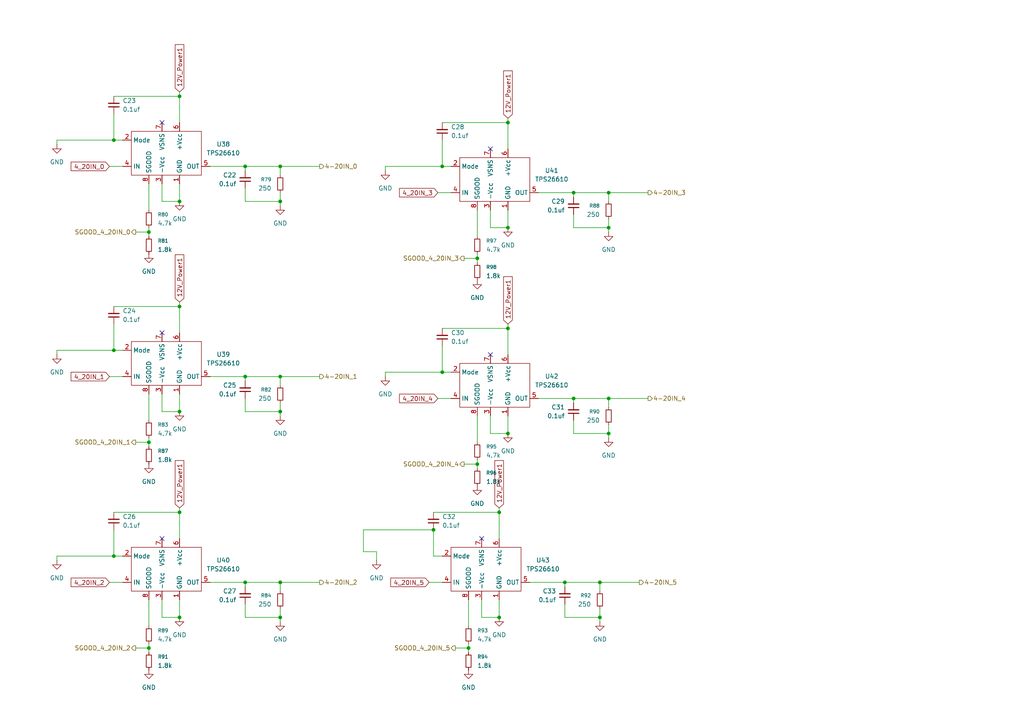
<source format=kicad_sch>
(kicad_sch
	(version 20250114)
	(generator "eeschema")
	(generator_version "9.0")
	(uuid "7b5c5693-9ed5-4536-aa0c-24e4b7f25331")
	(paper "A4")
	(lib_symbols
		(symbol "Device:C_Small"
			(pin_numbers
				(hide yes)
			)
			(pin_names
				(offset 0.254)
				(hide yes)
			)
			(exclude_from_sim no)
			(in_bom yes)
			(on_board yes)
			(property "Reference" "C"
				(at 0.254 1.778 0)
				(effects
					(font
						(size 1.27 1.27)
					)
					(justify left)
				)
			)
			(property "Value" "C_Small"
				(at 0.254 -2.032 0)
				(effects
					(font
						(size 1.27 1.27)
					)
					(justify left)
				)
			)
			(property "Footprint" ""
				(at 0 0 0)
				(effects
					(font
						(size 1.27 1.27)
					)
					(hide yes)
				)
			)
			(property "Datasheet" "~"
				(at 0 0 0)
				(effects
					(font
						(size 1.27 1.27)
					)
					(hide yes)
				)
			)
			(property "Description" "Unpolarized capacitor, small symbol"
				(at 0 0 0)
				(effects
					(font
						(size 1.27 1.27)
					)
					(hide yes)
				)
			)
			(property "ki_keywords" "capacitor cap"
				(at 0 0 0)
				(effects
					(font
						(size 1.27 1.27)
					)
					(hide yes)
				)
			)
			(property "ki_fp_filters" "C_*"
				(at 0 0 0)
				(effects
					(font
						(size 1.27 1.27)
					)
					(hide yes)
				)
			)
			(symbol "C_Small_0_1"
				(polyline
					(pts
						(xy -1.524 0.508) (xy 1.524 0.508)
					)
					(stroke
						(width 0.3048)
						(type default)
					)
					(fill
						(type none)
					)
				)
				(polyline
					(pts
						(xy -1.524 -0.508) (xy 1.524 -0.508)
					)
					(stroke
						(width 0.3302)
						(type default)
					)
					(fill
						(type none)
					)
				)
			)
			(symbol "C_Small_1_1"
				(pin passive line
					(at 0 2.54 270)
					(length 2.032)
					(name "~"
						(effects
							(font
								(size 1.27 1.27)
							)
						)
					)
					(number "1"
						(effects
							(font
								(size 1.27 1.27)
							)
						)
					)
				)
				(pin passive line
					(at 0 -2.54 90)
					(length 2.032)
					(name "~"
						(effects
							(font
								(size 1.27 1.27)
							)
						)
					)
					(number "2"
						(effects
							(font
								(size 1.27 1.27)
							)
						)
					)
				)
			)
			(embedded_fonts no)
		)
		(symbol "Device:R_Small"
			(pin_numbers
				(hide yes)
			)
			(pin_names
				(offset 0.254)
				(hide yes)
			)
			(exclude_from_sim no)
			(in_bom yes)
			(on_board yes)
			(property "Reference" "R"
				(at 0 0 90)
				(effects
					(font
						(size 1.016 1.016)
					)
				)
			)
			(property "Value" "R_Small"
				(at 1.778 0 90)
				(effects
					(font
						(size 1.27 1.27)
					)
				)
			)
			(property "Footprint" ""
				(at 0 0 0)
				(effects
					(font
						(size 1.27 1.27)
					)
					(hide yes)
				)
			)
			(property "Datasheet" "~"
				(at 0 0 0)
				(effects
					(font
						(size 1.27 1.27)
					)
					(hide yes)
				)
			)
			(property "Description" "Resistor, small symbol"
				(at 0 0 0)
				(effects
					(font
						(size 1.27 1.27)
					)
					(hide yes)
				)
			)
			(property "ki_keywords" "R resistor"
				(at 0 0 0)
				(effects
					(font
						(size 1.27 1.27)
					)
					(hide yes)
				)
			)
			(property "ki_fp_filters" "R_*"
				(at 0 0 0)
				(effects
					(font
						(size 1.27 1.27)
					)
					(hide yes)
				)
			)
			(symbol "R_Small_0_1"
				(rectangle
					(start -0.762 1.778)
					(end 0.762 -1.778)
					(stroke
						(width 0.2032)
						(type default)
					)
					(fill
						(type none)
					)
				)
			)
			(symbol "R_Small_1_1"
				(pin passive line
					(at 0 2.54 270)
					(length 0.762)
					(name "~"
						(effects
							(font
								(size 1.27 1.27)
							)
						)
					)
					(number "1"
						(effects
							(font
								(size 1.27 1.27)
							)
						)
					)
				)
				(pin passive line
					(at 0 -2.54 90)
					(length 0.762)
					(name "~"
						(effects
							(font
								(size 1.27 1.27)
							)
						)
					)
					(number "2"
						(effects
							(font
								(size 1.27 1.27)
							)
						)
					)
				)
			)
			(embedded_fonts no)
		)
		(symbol "own_symbols:TPS26610"
			(exclude_from_sim no)
			(in_bom yes)
			(on_board yes)
			(property "Reference" "U"
				(at 0 8.636 0)
				(effects
					(font
						(size 1.27 1.27)
					)
				)
			)
			(property "Value" "TPS26610"
				(at 4.318 0 0)
				(effects
					(font
						(size 1.27 1.27)
					)
				)
			)
			(property "Footprint" "Package_TO_SOT_SMD:SOT-23-8"
				(at 24.13 -17.018 0)
				(effects
					(font
						(size 1.27 1.27)
					)
					(hide yes)
				)
			)
			(property "Datasheet" "https://www.ti.com/lit/ds/symlink/tps2661.pdf"
				(at 0 0 0)
				(effects
					(font
						(size 1.27 1.27)
					)
					(hide yes)
				)
			)
			(property "Description" "Universal 4–20 mA Current Loop Protector; Connect -Vcc to GND if device is used in single supply config; SGOOD is High when fault"
				(at 0 0 0)
				(effects
					(font
						(size 1.27 1.27)
					)
					(hide yes)
				)
			)
			(symbol "TPS26610_0_1"
				(rectangle
					(start -10.16 6.35)
					(end 10.16 -6.35)
					(stroke
						(width 0)
						(type default)
					)
					(fill
						(type none)
					)
				)
			)
			(symbol "TPS26610_1_1"
				(pin input line
					(at -12.7 3.81 0)
					(length 2.54)
					(name "Mode"
						(effects
							(font
								(size 1.27 1.27)
							)
						)
					)
					(number "2"
						(effects
							(font
								(size 1.27 1.27)
							)
						)
					)
				)
				(pin input line
					(at -12.7 -3.81 0)
					(length 2.54)
					(name "IN"
						(effects
							(font
								(size 1.27 1.27)
							)
						)
					)
					(number "4"
						(effects
							(font
								(size 1.27 1.27)
							)
						)
					)
				)
				(pin output line
					(at -5.08 -8.89 90)
					(length 2.54)
					(name "SGOOD"
						(effects
							(font
								(size 1.27 1.27)
							)
						)
					)
					(number "8"
						(effects
							(font
								(size 1.27 1.27)
							)
						)
					)
				)
				(pin input line
					(at -1.27 8.89 270)
					(length 2.54)
					(name "VSNS"
						(effects
							(font
								(size 1.27 1.27)
							)
						)
					)
					(number "7"
						(effects
							(font
								(size 1.27 1.27)
							)
						)
					)
				)
				(pin input line
					(at -1.27 -8.89 90)
					(length 2.54)
					(name "-Vcc"
						(effects
							(font
								(size 1.27 1.27)
							)
						)
					)
					(number "3"
						(effects
							(font
								(size 1.27 1.27)
							)
						)
					)
				)
				(pin input line
					(at 3.81 8.89 270)
					(length 2.54)
					(name "+Vcc"
						(effects
							(font
								(size 1.27 1.27)
							)
						)
					)
					(number "6"
						(effects
							(font
								(size 1.27 1.27)
							)
						)
					)
				)
				(pin bidirectional line
					(at 3.81 -8.89 90)
					(length 2.54)
					(name "GND"
						(effects
							(font
								(size 1.27 1.27)
							)
						)
					)
					(number "1"
						(effects
							(font
								(size 1.27 1.27)
							)
						)
					)
				)
				(pin output line
					(at 12.7 -3.81 180)
					(length 2.54)
					(name "OUT"
						(effects
							(font
								(size 1.27 1.27)
							)
						)
					)
					(number "5"
						(effects
							(font
								(size 1.27 1.27)
							)
						)
					)
				)
			)
			(embedded_fonts no)
		)
		(symbol "power:GND"
			(power)
			(pin_numbers
				(hide yes)
			)
			(pin_names
				(offset 0)
				(hide yes)
			)
			(exclude_from_sim no)
			(in_bom yes)
			(on_board yes)
			(property "Reference" "#PWR"
				(at 0 -6.35 0)
				(effects
					(font
						(size 1.27 1.27)
					)
					(hide yes)
				)
			)
			(property "Value" "GND"
				(at 0 -3.81 0)
				(effects
					(font
						(size 1.27 1.27)
					)
				)
			)
			(property "Footprint" ""
				(at 0 0 0)
				(effects
					(font
						(size 1.27 1.27)
					)
					(hide yes)
				)
			)
			(property "Datasheet" ""
				(at 0 0 0)
				(effects
					(font
						(size 1.27 1.27)
					)
					(hide yes)
				)
			)
			(property "Description" "Power symbol creates a global label with name \"GND\" , ground"
				(at 0 0 0)
				(effects
					(font
						(size 1.27 1.27)
					)
					(hide yes)
				)
			)
			(property "ki_keywords" "global power"
				(at 0 0 0)
				(effects
					(font
						(size 1.27 1.27)
					)
					(hide yes)
				)
			)
			(symbol "GND_0_1"
				(polyline
					(pts
						(xy 0 0) (xy 0 -1.27) (xy 1.27 -1.27) (xy 0 -2.54) (xy -1.27 -1.27) (xy 0 -1.27)
					)
					(stroke
						(width 0)
						(type default)
					)
					(fill
						(type none)
					)
				)
			)
			(symbol "GND_1_1"
				(pin power_in line
					(at 0 0 270)
					(length 0)
					(name "~"
						(effects
							(font
								(size 1.27 1.27)
							)
						)
					)
					(number "1"
						(effects
							(font
								(size 1.27 1.27)
							)
						)
					)
				)
			)
			(embedded_fonts no)
		)
	)
	(junction
		(at 33.02 40.64)
		(diameter 0)
		(color 0 0 0 0)
		(uuid "05a1e97b-042e-4cbf-8f3e-c97f47452be6")
	)
	(junction
		(at 52.07 27.94)
		(diameter 0)
		(color 0 0 0 0)
		(uuid "16642847-abde-4179-9ffc-4b3da701379e")
	)
	(junction
		(at 166.37 115.57)
		(diameter 0)
		(color 0 0 0 0)
		(uuid "1b0e444b-26f8-4ddc-9c00-5f83677a2374")
	)
	(junction
		(at 71.12 168.91)
		(diameter 0)
		(color 0 0 0 0)
		(uuid "1cfc0f77-e022-4318-9782-c23d19e67f4d")
	)
	(junction
		(at 43.18 187.96)
		(diameter 0)
		(color 0 0 0 0)
		(uuid "2acf90d4-da82-4ef0-a128-9863dc7ab33f")
	)
	(junction
		(at 125.73 153.67)
		(diameter 0)
		(color 0 0 0 0)
		(uuid "347d1bdf-5c19-48b3-8888-27aefe59e55c")
	)
	(junction
		(at 144.78 148.59)
		(diameter 0)
		(color 0 0 0 0)
		(uuid "385ececb-0b83-49e6-b848-379ed47385ee")
	)
	(junction
		(at 173.99 179.07)
		(diameter 0)
		(color 0 0 0 0)
		(uuid "3925ea9d-96f4-4dbb-89ae-f18415107980")
	)
	(junction
		(at 128.27 48.26)
		(diameter 0)
		(color 0 0 0 0)
		(uuid "3d9fbb7d-c973-49b3-924e-f1244e0aef91")
	)
	(junction
		(at 147.32 95.25)
		(diameter 0)
		(color 0 0 0 0)
		(uuid "3e564b8f-96a9-468c-b87f-0e69fa6b14ae")
	)
	(junction
		(at 52.07 58.42)
		(diameter 0)
		(color 0 0 0 0)
		(uuid "40426354-29e5-4517-8674-ce6c8a4f6784")
	)
	(junction
		(at 176.53 115.57)
		(diameter 0)
		(color 0 0 0 0)
		(uuid "4164d92a-2dc3-428f-82fd-5d347181fa73")
	)
	(junction
		(at 138.43 74.93)
		(diameter 0)
		(color 0 0 0 0)
		(uuid "42190aaf-12ff-4f76-9554-2591de50acb2")
	)
	(junction
		(at 173.99 168.91)
		(diameter 0)
		(color 0 0 0 0)
		(uuid "45f6d115-3015-4789-a8fb-72a2f52ae06e")
	)
	(junction
		(at 176.53 125.73)
		(diameter 0)
		(color 0 0 0 0)
		(uuid "4e032eea-c15d-43a6-8f5f-f5b7a0344a7e")
	)
	(junction
		(at 52.07 119.38)
		(diameter 0)
		(color 0 0 0 0)
		(uuid "4fd14559-35ec-4d9f-b848-8938652a4261")
	)
	(junction
		(at 52.07 148.59)
		(diameter 0)
		(color 0 0 0 0)
		(uuid "5030dfb6-7eba-44c0-8f02-c662995916a1")
	)
	(junction
		(at 43.18 67.31)
		(diameter 0)
		(color 0 0 0 0)
		(uuid "615ca5f4-8efb-46b0-90bc-204320ce13c2")
	)
	(junction
		(at 81.28 109.22)
		(diameter 0)
		(color 0 0 0 0)
		(uuid "637a2b16-5278-4652-8a34-db8e2a0480e5")
	)
	(junction
		(at 147.32 66.04)
		(diameter 0)
		(color 0 0 0 0)
		(uuid "6e59be17-8df9-475c-8a05-378ee7ee45b8")
	)
	(junction
		(at 33.02 161.29)
		(diameter 0)
		(color 0 0 0 0)
		(uuid "7d82723c-f850-4b92-a5b0-69689deda1a1")
	)
	(junction
		(at 163.83 168.91)
		(diameter 0)
		(color 0 0 0 0)
		(uuid "7e383f83-ae45-4b81-8501-5e3dae284d75")
	)
	(junction
		(at 81.28 119.38)
		(diameter 0)
		(color 0 0 0 0)
		(uuid "8500633d-0a96-4760-9e9b-2bd38a64c090")
	)
	(junction
		(at 81.28 58.42)
		(diameter 0)
		(color 0 0 0 0)
		(uuid "87586cb4-b53b-4fa9-acec-c63f4d43066a")
	)
	(junction
		(at 138.43 134.62)
		(diameter 0)
		(color 0 0 0 0)
		(uuid "93c82724-0edd-4fa7-8407-28cca8937d5f")
	)
	(junction
		(at 144.78 179.07)
		(diameter 0)
		(color 0 0 0 0)
		(uuid "955a1000-4dfe-4221-b074-0c99a9d17723")
	)
	(junction
		(at 81.28 179.07)
		(diameter 0)
		(color 0 0 0 0)
		(uuid "aa53259c-0571-4966-89c0-da231da521ff")
	)
	(junction
		(at 128.27 107.95)
		(diameter 0)
		(color 0 0 0 0)
		(uuid "b23e38e5-9575-4a68-a980-44aa76946a0b")
	)
	(junction
		(at 33.02 101.6)
		(diameter 0)
		(color 0 0 0 0)
		(uuid "b570323c-f971-4932-b9d6-7616ef417fce")
	)
	(junction
		(at 52.07 88.9)
		(diameter 0)
		(color 0 0 0 0)
		(uuid "bb42024e-a63f-4ac0-8bdd-3de9674f8b39")
	)
	(junction
		(at 176.53 66.04)
		(diameter 0)
		(color 0 0 0 0)
		(uuid "c11e749a-3e81-49f2-8bf1-85c4afafb1df")
	)
	(junction
		(at 81.28 48.26)
		(diameter 0)
		(color 0 0 0 0)
		(uuid "c4da7058-e061-4a60-b953-51a306156116")
	)
	(junction
		(at 52.07 179.07)
		(diameter 0)
		(color 0 0 0 0)
		(uuid "cf4bd871-4110-42e1-8877-62ef02bef560")
	)
	(junction
		(at 176.53 55.88)
		(diameter 0)
		(color 0 0 0 0)
		(uuid "d0eaea8b-20db-4028-b580-488afe64f731")
	)
	(junction
		(at 135.89 187.96)
		(diameter 0)
		(color 0 0 0 0)
		(uuid "d608b291-e030-45b6-a833-79a26ed0735f")
	)
	(junction
		(at 166.37 55.88)
		(diameter 0)
		(color 0 0 0 0)
		(uuid "e2146503-9a2f-4b3e-9ed0-540918d387c2")
	)
	(junction
		(at 71.12 48.26)
		(diameter 0)
		(color 0 0 0 0)
		(uuid "e3265aa6-afa5-48b0-aaef-4f4954d12626")
	)
	(junction
		(at 147.32 35.56)
		(diameter 0)
		(color 0 0 0 0)
		(uuid "e4fcf14b-f20c-4c61-898b-ca3160192627")
	)
	(junction
		(at 71.12 109.22)
		(diameter 0)
		(color 0 0 0 0)
		(uuid "ee7fbbbc-6244-4d92-9c55-5f10893ffd08")
	)
	(junction
		(at 43.18 128.27)
		(diameter 0)
		(color 0 0 0 0)
		(uuid "ef8cec86-b97b-464c-8f14-fd84a8da21d6")
	)
	(junction
		(at 81.28 168.91)
		(diameter 0)
		(color 0 0 0 0)
		(uuid "f2ce0817-4717-43a6-aa00-72532d5363cb")
	)
	(junction
		(at 147.32 125.73)
		(diameter 0)
		(color 0 0 0 0)
		(uuid "fcd64bd8-2f2b-4a5b-af36-1673e6e7282f")
	)
	(no_connect
		(at 46.99 96.52)
		(uuid "6c6bcfe3-4164-4dbd-9dc9-f5c987342a92")
	)
	(no_connect
		(at 46.99 35.56)
		(uuid "72cf607d-0fb6-4ee2-a4a2-68c87dac259e")
	)
	(no_connect
		(at 142.24 102.87)
		(uuid "949118e9-3fa8-40a9-88be-9eb64d3532eb")
	)
	(no_connect
		(at 139.7 156.21)
		(uuid "a2117f2f-14a9-47f4-8d83-3dd3f558d376")
	)
	(no_connect
		(at 46.99 156.21)
		(uuid "dd177139-12ff-4c42-b889-8397894c3c4c")
	)
	(no_connect
		(at 142.24 43.18)
		(uuid "ec9ab705-251c-45c6-b65a-12c133cd5daa")
	)
	(wire
		(pts
			(xy 134.62 134.62) (xy 138.43 134.62)
		)
		(stroke
			(width 0)
			(type default)
		)
		(uuid "015f3e03-3bc1-4f8d-8c02-f4620710c298")
	)
	(wire
		(pts
			(xy 33.02 33.02) (xy 33.02 40.64)
		)
		(stroke
			(width 0)
			(type default)
		)
		(uuid "024f535d-6294-4206-88a9-79115b6efba4")
	)
	(wire
		(pts
			(xy 166.37 66.04) (xy 176.53 66.04)
		)
		(stroke
			(width 0)
			(type default)
		)
		(uuid "0578997d-5b23-453f-b1ea-48d7c87c6ed9")
	)
	(wire
		(pts
			(xy 71.12 109.22) (xy 71.12 110.49)
		)
		(stroke
			(width 0)
			(type default)
		)
		(uuid "06cec596-e7ff-43da-8d3a-5931dbfc635d")
	)
	(wire
		(pts
			(xy 147.32 95.25) (xy 147.32 102.87)
		)
		(stroke
			(width 0)
			(type default)
		)
		(uuid "07bc7df1-c535-4b13-ab83-2bb16e0b330a")
	)
	(wire
		(pts
			(xy 71.12 58.42) (xy 81.28 58.42)
		)
		(stroke
			(width 0)
			(type default)
		)
		(uuid "0c689349-bb6d-436b-a7ad-fa9db8342165")
	)
	(wire
		(pts
			(xy 35.56 168.91) (xy 31.75 168.91)
		)
		(stroke
			(width 0)
			(type default)
		)
		(uuid "100bd696-ddf7-4687-9442-27afd45a1fc5")
	)
	(wire
		(pts
			(xy 187.96 115.57) (xy 176.53 115.57)
		)
		(stroke
			(width 0)
			(type default)
		)
		(uuid "139f35ed-6af3-4ba9-9bb7-e1dd21b2fcaa")
	)
	(wire
		(pts
			(xy 138.43 60.96) (xy 138.43 68.58)
		)
		(stroke
			(width 0)
			(type default)
		)
		(uuid "149233c0-0bb8-473d-86c2-6f16578bc8cf")
	)
	(wire
		(pts
			(xy 105.41 153.67) (xy 125.73 153.67)
		)
		(stroke
			(width 0)
			(type default)
		)
		(uuid "14fc9ef9-ff36-458d-a4e6-647bcd52201f")
	)
	(wire
		(pts
			(xy 43.18 129.54) (xy 43.18 128.27)
		)
		(stroke
			(width 0)
			(type default)
		)
		(uuid "166bf575-cf66-4869-b790-f503b2c7f5e7")
	)
	(wire
		(pts
			(xy 142.24 60.96) (xy 142.24 66.04)
		)
		(stroke
			(width 0)
			(type default)
		)
		(uuid "1720fdbd-d967-49aa-bc7f-6f6789ba1e4b")
	)
	(wire
		(pts
			(xy 147.32 125.73) (xy 147.32 120.65)
		)
		(stroke
			(width 0)
			(type default)
		)
		(uuid "1777d473-d299-438d-ad33-f0c1985a5b74")
	)
	(wire
		(pts
			(xy 128.27 40.64) (xy 128.27 48.26)
		)
		(stroke
			(width 0)
			(type default)
		)
		(uuid "1844618c-1663-45c3-96b0-a7e1c9f20a79")
	)
	(wire
		(pts
			(xy 71.12 119.38) (xy 81.28 119.38)
		)
		(stroke
			(width 0)
			(type default)
		)
		(uuid "1968ae1e-75ab-40d2-a25c-03e5bcb5aa4f")
	)
	(wire
		(pts
			(xy 166.37 55.88) (xy 156.21 55.88)
		)
		(stroke
			(width 0)
			(type default)
		)
		(uuid "1cf4b57a-c80d-42cc-bf97-fc2ee23d1d26")
	)
	(wire
		(pts
			(xy 46.99 53.34) (xy 46.99 58.42)
		)
		(stroke
			(width 0)
			(type default)
		)
		(uuid "1d3871d7-2b8b-493d-81c3-589fd772b627")
	)
	(wire
		(pts
			(xy 166.37 121.92) (xy 166.37 125.73)
		)
		(stroke
			(width 0)
			(type default)
		)
		(uuid "1edac219-45ba-4b7a-ab9c-3684427ed94d")
	)
	(wire
		(pts
			(xy 109.22 160.02) (xy 109.22 162.56)
		)
		(stroke
			(width 0)
			(type default)
		)
		(uuid "22448abb-99e0-4def-b42a-c56b013e341d")
	)
	(wire
		(pts
			(xy 128.27 95.25) (xy 147.32 95.25)
		)
		(stroke
			(width 0)
			(type default)
		)
		(uuid "25a234b3-783f-455b-9bd3-16904eb2cdb5")
	)
	(wire
		(pts
			(xy 71.12 48.26) (xy 71.12 49.53)
		)
		(stroke
			(width 0)
			(type default)
		)
		(uuid "25fd0682-e71c-49a5-8f30-d35c814cc377")
	)
	(wire
		(pts
			(xy 71.12 168.91) (xy 60.96 168.91)
		)
		(stroke
			(width 0)
			(type default)
		)
		(uuid "2a64b550-8e2e-4912-af87-255d94af7c8e")
	)
	(wire
		(pts
			(xy 33.02 101.6) (xy 35.56 101.6)
		)
		(stroke
			(width 0)
			(type default)
		)
		(uuid "2ab537ec-0225-4968-9eee-22400de4efdc")
	)
	(wire
		(pts
			(xy 111.76 48.26) (xy 128.27 48.26)
		)
		(stroke
			(width 0)
			(type default)
		)
		(uuid "2c7b0a59-157b-4d13-bd97-4380d8fdc31a")
	)
	(wire
		(pts
			(xy 71.12 115.57) (xy 71.12 119.38)
		)
		(stroke
			(width 0)
			(type default)
		)
		(uuid "2e8d9d8e-7ccc-4016-b8ad-94816b457ee3")
	)
	(wire
		(pts
			(xy 81.28 119.38) (xy 81.28 120.65)
		)
		(stroke
			(width 0)
			(type default)
		)
		(uuid "300e07a5-94d6-40b9-94c7-ad26a3c5e9b2")
	)
	(wire
		(pts
			(xy 52.07 119.38) (xy 52.07 114.3)
		)
		(stroke
			(width 0)
			(type default)
		)
		(uuid "30712fb6-beb1-4fb7-9a7a-fcdfab56bc9d")
	)
	(wire
		(pts
			(xy 176.53 63.5) (xy 176.53 66.04)
		)
		(stroke
			(width 0)
			(type default)
		)
		(uuid "32399b77-ff9f-4d8f-a864-4ae56a2e938e")
	)
	(wire
		(pts
			(xy 111.76 48.26) (xy 111.76 49.53)
		)
		(stroke
			(width 0)
			(type default)
		)
		(uuid "3358ad4e-fa5f-4d33-a7e1-487ea0daa675")
	)
	(wire
		(pts
			(xy 71.12 48.26) (xy 60.96 48.26)
		)
		(stroke
			(width 0)
			(type default)
		)
		(uuid "350e83bb-5cf0-47eb-bc32-32b25e747ce8")
	)
	(wire
		(pts
			(xy 147.32 66.04) (xy 147.32 60.96)
		)
		(stroke
			(width 0)
			(type default)
		)
		(uuid "35c63732-381a-49f3-9e1a-03759dee8a88")
	)
	(wire
		(pts
			(xy 173.99 179.07) (xy 173.99 180.34)
		)
		(stroke
			(width 0)
			(type default)
		)
		(uuid "377781fa-7a13-4581-8af0-7e191fb26417")
	)
	(wire
		(pts
			(xy 43.18 186.69) (xy 43.18 187.96)
		)
		(stroke
			(width 0)
			(type default)
		)
		(uuid "3c3c0608-7606-473e-b20a-af5a8c93a212")
	)
	(wire
		(pts
			(xy 33.02 148.59) (xy 52.07 148.59)
		)
		(stroke
			(width 0)
			(type default)
		)
		(uuid "3d271054-5c7e-4653-acdb-3907d9e6b3df")
	)
	(wire
		(pts
			(xy 125.73 148.59) (xy 144.78 148.59)
		)
		(stroke
			(width 0)
			(type default)
		)
		(uuid "3f5efec5-05cd-4a50-ac6e-9a849a10edab")
	)
	(wire
		(pts
			(xy 16.51 101.6) (xy 33.02 101.6)
		)
		(stroke
			(width 0)
			(type default)
		)
		(uuid "40664803-aa8d-45dc-99fd-cbda84a1ee16")
	)
	(wire
		(pts
			(xy 163.83 168.91) (xy 153.67 168.91)
		)
		(stroke
			(width 0)
			(type default)
		)
		(uuid "43a7ce32-e23e-4a21-91d3-7ed71aef7cd4")
	)
	(wire
		(pts
			(xy 16.51 161.29) (xy 16.51 162.56)
		)
		(stroke
			(width 0)
			(type default)
		)
		(uuid "44f54542-7bc9-4647-9909-b35cb968af64")
	)
	(wire
		(pts
			(xy 111.76 107.95) (xy 128.27 107.95)
		)
		(stroke
			(width 0)
			(type default)
		)
		(uuid "4622f4d3-acea-4828-9497-bfacda981097")
	)
	(wire
		(pts
			(xy 176.53 115.57) (xy 176.53 118.11)
		)
		(stroke
			(width 0)
			(type default)
		)
		(uuid "4727ca71-03c3-4aab-898f-ac6d6e639341")
	)
	(wire
		(pts
			(xy 176.53 55.88) (xy 166.37 55.88)
		)
		(stroke
			(width 0)
			(type default)
		)
		(uuid "480a90ab-119f-4162-8305-108f08ff516f")
	)
	(wire
		(pts
			(xy 166.37 125.73) (xy 176.53 125.73)
		)
		(stroke
			(width 0)
			(type default)
		)
		(uuid "48890f84-e036-4f8a-ba66-43d3ef7b5d36")
	)
	(wire
		(pts
			(xy 138.43 76.2) (xy 138.43 74.93)
		)
		(stroke
			(width 0)
			(type default)
		)
		(uuid "4971ef4d-bbe2-4e0a-88ea-0b1f5f4b6178")
	)
	(wire
		(pts
			(xy 81.28 176.53) (xy 81.28 179.07)
		)
		(stroke
			(width 0)
			(type default)
		)
		(uuid "4b64b024-4177-4b28-b69d-4529cdb0ca6f")
	)
	(wire
		(pts
			(xy 81.28 109.22) (xy 71.12 109.22)
		)
		(stroke
			(width 0)
			(type default)
		)
		(uuid "4c843122-67bd-4e0f-87b4-b74c27524bdd")
	)
	(wire
		(pts
			(xy 81.28 168.91) (xy 81.28 171.45)
		)
		(stroke
			(width 0)
			(type default)
		)
		(uuid "4dce82ea-57ef-40cf-9f63-cf39f2d9a0a1")
	)
	(wire
		(pts
			(xy 111.76 107.95) (xy 111.76 109.22)
		)
		(stroke
			(width 0)
			(type default)
		)
		(uuid "4de89e91-779c-4434-ad7b-762bdeb8a7c0")
	)
	(wire
		(pts
			(xy 130.81 115.57) (xy 127 115.57)
		)
		(stroke
			(width 0)
			(type default)
		)
		(uuid "4f0ba454-5109-48f4-98ae-63ee9d8ad337")
	)
	(wire
		(pts
			(xy 52.07 179.07) (xy 52.07 173.99)
		)
		(stroke
			(width 0)
			(type default)
		)
		(uuid "5305c75f-aa81-4c8d-836f-3f88546fc739")
	)
	(wire
		(pts
			(xy 46.99 173.99) (xy 46.99 179.07)
		)
		(stroke
			(width 0)
			(type default)
		)
		(uuid "5619d5c2-1f22-421a-bcdd-17dabff8d9c4")
	)
	(wire
		(pts
			(xy 16.51 101.6) (xy 16.51 102.87)
		)
		(stroke
			(width 0)
			(type default)
		)
		(uuid "56c2b49f-f040-4fde-8505-f70589aa6d19")
	)
	(wire
		(pts
			(xy 166.37 62.23) (xy 166.37 66.04)
		)
		(stroke
			(width 0)
			(type default)
		)
		(uuid "577e00e3-abf3-47e5-b87c-6ebb91f582bb")
	)
	(wire
		(pts
			(xy 16.51 40.64) (xy 33.02 40.64)
		)
		(stroke
			(width 0)
			(type default)
		)
		(uuid "57c8c4bd-8f4e-4f29-bdf7-61291b610bb8")
	)
	(wire
		(pts
			(xy 52.07 26.67) (xy 52.07 27.94)
		)
		(stroke
			(width 0)
			(type default)
		)
		(uuid "5838f99f-082f-4da4-89a6-5bfef2311d45")
	)
	(wire
		(pts
			(xy 46.99 58.42) (xy 52.07 58.42)
		)
		(stroke
			(width 0)
			(type default)
		)
		(uuid "58605c66-3139-4777-8251-77f3f3a5c296")
	)
	(wire
		(pts
			(xy 43.18 173.99) (xy 43.18 181.61)
		)
		(stroke
			(width 0)
			(type default)
		)
		(uuid "598ab19e-f86f-42c4-9b98-850e85bf67ab")
	)
	(wire
		(pts
			(xy 142.24 125.73) (xy 147.32 125.73)
		)
		(stroke
			(width 0)
			(type default)
		)
		(uuid "636355ac-5890-47e8-be36-e1f143b17103")
	)
	(wire
		(pts
			(xy 166.37 115.57) (xy 166.37 116.84)
		)
		(stroke
			(width 0)
			(type default)
		)
		(uuid "63642367-f105-49a7-8e1e-bd78757583a2")
	)
	(wire
		(pts
			(xy 138.43 133.35) (xy 138.43 134.62)
		)
		(stroke
			(width 0)
			(type default)
		)
		(uuid "663ed291-40c7-49d6-87c1-4b1f9081a313")
	)
	(wire
		(pts
			(xy 173.99 168.91) (xy 173.99 171.45)
		)
		(stroke
			(width 0)
			(type default)
		)
		(uuid "67597f1f-263e-4a7c-a52f-9c8cf0f1802d")
	)
	(wire
		(pts
			(xy 166.37 55.88) (xy 166.37 57.15)
		)
		(stroke
			(width 0)
			(type default)
		)
		(uuid "68a08902-6af0-4bf7-8eca-45469908f63f")
	)
	(wire
		(pts
			(xy 166.37 115.57) (xy 156.21 115.57)
		)
		(stroke
			(width 0)
			(type default)
		)
		(uuid "6a2eb6c2-03d7-42c8-9ab2-76f87c5ded16")
	)
	(wire
		(pts
			(xy 52.07 87.63) (xy 52.07 88.9)
		)
		(stroke
			(width 0)
			(type default)
		)
		(uuid "6bbaddb8-7406-4a47-8cdc-a4e8d91d9913")
	)
	(wire
		(pts
			(xy 147.32 93.98) (xy 147.32 95.25)
		)
		(stroke
			(width 0)
			(type default)
		)
		(uuid "6be48384-33cc-4906-a626-15db09b33959")
	)
	(wire
		(pts
			(xy 135.89 173.99) (xy 135.89 181.61)
		)
		(stroke
			(width 0)
			(type default)
		)
		(uuid "6d07e842-74de-45ad-871a-4d861b9fce9f")
	)
	(wire
		(pts
			(xy 187.96 55.88) (xy 176.53 55.88)
		)
		(stroke
			(width 0)
			(type default)
		)
		(uuid "7034f3c4-a3c0-4fe0-9d5d-50f77f59d700")
	)
	(wire
		(pts
			(xy 81.28 179.07) (xy 81.28 180.34)
		)
		(stroke
			(width 0)
			(type default)
		)
		(uuid "73aa808f-916c-460a-b2a5-b97b464d59f8")
	)
	(wire
		(pts
			(xy 52.07 27.94) (xy 52.07 35.56)
		)
		(stroke
			(width 0)
			(type default)
		)
		(uuid "7506bffb-96f0-44d1-9bfb-bb44afb3c062")
	)
	(wire
		(pts
			(xy 135.89 189.23) (xy 135.89 187.96)
		)
		(stroke
			(width 0)
			(type default)
		)
		(uuid "75640f29-147b-4a50-b66e-ff378aba1adb")
	)
	(wire
		(pts
			(xy 142.24 66.04) (xy 147.32 66.04)
		)
		(stroke
			(width 0)
			(type default)
		)
		(uuid "7829e1c1-34c6-48e9-843f-c09887f7da33")
	)
	(wire
		(pts
			(xy 43.18 189.23) (xy 43.18 187.96)
		)
		(stroke
			(width 0)
			(type default)
		)
		(uuid "78c9726c-99aa-4e61-989a-95bdb4c24fc1")
	)
	(wire
		(pts
			(xy 43.18 68.58) (xy 43.18 67.31)
		)
		(stroke
			(width 0)
			(type default)
		)
		(uuid "7980f8ea-5ca6-497f-833f-8d95db860cf3")
	)
	(wire
		(pts
			(xy 139.7 173.99) (xy 139.7 179.07)
		)
		(stroke
			(width 0)
			(type default)
		)
		(uuid "79a6e699-3a4d-4da6-8d32-64a98a7e42c0")
	)
	(wire
		(pts
			(xy 33.02 161.29) (xy 35.56 161.29)
		)
		(stroke
			(width 0)
			(type default)
		)
		(uuid "79bcf5ac-10e3-4159-87f7-9abca954856b")
	)
	(wire
		(pts
			(xy 105.41 160.02) (xy 109.22 160.02)
		)
		(stroke
			(width 0)
			(type default)
		)
		(uuid "79cbf74e-cf63-4011-937f-6158a3c52efd")
	)
	(wire
		(pts
			(xy 176.53 125.73) (xy 176.53 127)
		)
		(stroke
			(width 0)
			(type default)
		)
		(uuid "7aad4f12-241f-415d-ab6b-a8a351181973")
	)
	(wire
		(pts
			(xy 81.28 116.84) (xy 81.28 119.38)
		)
		(stroke
			(width 0)
			(type default)
		)
		(uuid "7cd007b6-b99f-4bf2-82be-963b26daf44a")
	)
	(wire
		(pts
			(xy 81.28 48.26) (xy 81.28 50.8)
		)
		(stroke
			(width 0)
			(type default)
		)
		(uuid "82124ee4-4493-4295-8e38-1af6cf840c0e")
	)
	(wire
		(pts
			(xy 35.56 109.22) (xy 31.75 109.22)
		)
		(stroke
			(width 0)
			(type default)
		)
		(uuid "82cf30bb-2795-43f3-9ea0-d6c054a10843")
	)
	(wire
		(pts
			(xy 33.02 40.64) (xy 35.56 40.64)
		)
		(stroke
			(width 0)
			(type default)
		)
		(uuid "8380a389-87f0-49d8-b3c3-ffcd23d81046")
	)
	(wire
		(pts
			(xy 43.18 127) (xy 43.18 128.27)
		)
		(stroke
			(width 0)
			(type default)
		)
		(uuid "83ec3121-366d-4d18-a935-5583298219a4")
	)
	(wire
		(pts
			(xy 43.18 66.04) (xy 43.18 67.31)
		)
		(stroke
			(width 0)
			(type default)
		)
		(uuid "84bc79e7-1537-4915-a874-73e878dd7be3")
	)
	(wire
		(pts
			(xy 128.27 48.26) (xy 130.81 48.26)
		)
		(stroke
			(width 0)
			(type default)
		)
		(uuid "85334c79-f197-482e-b93a-f15a844fd59e")
	)
	(wire
		(pts
			(xy 185.42 168.91) (xy 173.99 168.91)
		)
		(stroke
			(width 0)
			(type default)
		)
		(uuid "85c32c5d-c2b2-49ef-bd0c-ab60e6c16c98")
	)
	(wire
		(pts
			(xy 92.71 109.22) (xy 81.28 109.22)
		)
		(stroke
			(width 0)
			(type default)
		)
		(uuid "87f3d9c4-21a6-4d86-b591-da152f51ea5f")
	)
	(wire
		(pts
			(xy 81.28 109.22) (xy 81.28 111.76)
		)
		(stroke
			(width 0)
			(type default)
		)
		(uuid "898343de-6371-4fe8-8c2d-d39e3cee973f")
	)
	(wire
		(pts
			(xy 16.51 161.29) (xy 33.02 161.29)
		)
		(stroke
			(width 0)
			(type default)
		)
		(uuid "8a28bf73-804a-4c25-bc12-5f9f75cc0c6e")
	)
	(wire
		(pts
			(xy 125.73 161.29) (xy 128.27 161.29)
		)
		(stroke
			(width 0)
			(type default)
		)
		(uuid "8ae426e7-a622-479f-b188-bcd89ebd1d93")
	)
	(wire
		(pts
			(xy 173.99 168.91) (xy 163.83 168.91)
		)
		(stroke
			(width 0)
			(type default)
		)
		(uuid "8ba9b7c3-5ac6-46d3-a0ad-1156230de658")
	)
	(wire
		(pts
			(xy 139.7 179.07) (xy 144.78 179.07)
		)
		(stroke
			(width 0)
			(type default)
		)
		(uuid "8e79c936-77e1-47ee-9622-2f3f1a0b6a1f")
	)
	(wire
		(pts
			(xy 33.02 88.9) (xy 52.07 88.9)
		)
		(stroke
			(width 0)
			(type default)
		)
		(uuid "90c14f8e-432f-433d-8769-3da21f9423c7")
	)
	(wire
		(pts
			(xy 46.99 114.3) (xy 46.99 119.38)
		)
		(stroke
			(width 0)
			(type default)
		)
		(uuid "9196e714-d36f-4004-8da3-857340c39557")
	)
	(wire
		(pts
			(xy 144.78 148.59) (xy 144.78 156.21)
		)
		(stroke
			(width 0)
			(type default)
		)
		(uuid "93ecbbef-a522-40e4-a665-bd40976e32a9")
	)
	(wire
		(pts
			(xy 163.83 168.91) (xy 163.83 170.18)
		)
		(stroke
			(width 0)
			(type default)
		)
		(uuid "97b21778-3a10-4680-a5c0-ee421d5c8f56")
	)
	(wire
		(pts
			(xy 46.99 179.07) (xy 52.07 179.07)
		)
		(stroke
			(width 0)
			(type default)
		)
		(uuid "9ba05faf-f0b3-491a-85b7-8eb89317d2b3")
	)
	(wire
		(pts
			(xy 35.56 48.26) (xy 31.75 48.26)
		)
		(stroke
			(width 0)
			(type default)
		)
		(uuid "9bd98102-a42c-4154-8cf5-1d3a6c395ce8")
	)
	(wire
		(pts
			(xy 39.37 187.96) (xy 43.18 187.96)
		)
		(stroke
			(width 0)
			(type default)
		)
		(uuid "a1a59266-75ab-4622-837c-5b98127e1fc7")
	)
	(wire
		(pts
			(xy 71.12 168.91) (xy 71.12 170.18)
		)
		(stroke
			(width 0)
			(type default)
		)
		(uuid "a34a2454-9063-4283-833e-cc17889ef981")
	)
	(wire
		(pts
			(xy 142.24 120.65) (xy 142.24 125.73)
		)
		(stroke
			(width 0)
			(type default)
		)
		(uuid "a39f6580-63e9-4fff-8ccc-66be1e497165")
	)
	(wire
		(pts
			(xy 52.07 88.9) (xy 52.07 96.52)
		)
		(stroke
			(width 0)
			(type default)
		)
		(uuid "a4a114be-58da-45b0-8ff7-148763d5b9a4")
	)
	(wire
		(pts
			(xy 138.43 135.89) (xy 138.43 134.62)
		)
		(stroke
			(width 0)
			(type default)
		)
		(uuid "a703bcad-86bc-46e2-867b-cf222b2b2e3c")
	)
	(wire
		(pts
			(xy 176.53 55.88) (xy 176.53 58.42)
		)
		(stroke
			(width 0)
			(type default)
		)
		(uuid "ac5db0ac-020a-4681-bcbd-fd814f53bdb2")
	)
	(wire
		(pts
			(xy 135.89 186.69) (xy 135.89 187.96)
		)
		(stroke
			(width 0)
			(type default)
		)
		(uuid "adca93f1-e32c-4ab2-85f2-48c4de13c53e")
	)
	(wire
		(pts
			(xy 134.62 74.93) (xy 138.43 74.93)
		)
		(stroke
			(width 0)
			(type default)
		)
		(uuid "aed31041-00d1-4abd-8462-5bb1eb987e57")
	)
	(wire
		(pts
			(xy 138.43 73.66) (xy 138.43 74.93)
		)
		(stroke
			(width 0)
			(type default)
		)
		(uuid "b1b7e474-b5a3-44fa-b68d-d33e6c1d9f39")
	)
	(wire
		(pts
			(xy 39.37 128.27) (xy 43.18 128.27)
		)
		(stroke
			(width 0)
			(type default)
		)
		(uuid "b2abf228-c8c0-4056-945a-22f760a320bd")
	)
	(wire
		(pts
			(xy 81.28 58.42) (xy 81.28 59.69)
		)
		(stroke
			(width 0)
			(type default)
		)
		(uuid "b7028f82-f664-43a8-82c1-fcdba1e6ace0")
	)
	(wire
		(pts
			(xy 52.07 58.42) (xy 52.07 53.34)
		)
		(stroke
			(width 0)
			(type default)
		)
		(uuid "b7540496-bf97-409c-a619-1f5562f7faea")
	)
	(wire
		(pts
			(xy 130.81 55.88) (xy 127 55.88)
		)
		(stroke
			(width 0)
			(type default)
		)
		(uuid "b9755643-7f2d-4220-ae90-85a5fd6d18b2")
	)
	(wire
		(pts
			(xy 176.53 115.57) (xy 166.37 115.57)
		)
		(stroke
			(width 0)
			(type default)
		)
		(uuid "b9ab7095-7b84-4e9b-9d0b-65d016615abe")
	)
	(wire
		(pts
			(xy 163.83 179.07) (xy 173.99 179.07)
		)
		(stroke
			(width 0)
			(type default)
		)
		(uuid "bd0d774b-c22c-4bf2-8e50-237bb108a86a")
	)
	(wire
		(pts
			(xy 71.12 179.07) (xy 81.28 179.07)
		)
		(stroke
			(width 0)
			(type default)
		)
		(uuid "bd7134a5-f53d-4373-8a0e-accca7f4cfd6")
	)
	(wire
		(pts
			(xy 33.02 153.67) (xy 33.02 161.29)
		)
		(stroke
			(width 0)
			(type default)
		)
		(uuid "c1db21ec-0db4-4f1e-bd86-5f87cbd3d1bd")
	)
	(wire
		(pts
			(xy 16.51 40.64) (xy 16.51 41.91)
		)
		(stroke
			(width 0)
			(type default)
		)
		(uuid "c57b4c70-b87c-470d-ae7c-667629c0d358")
	)
	(wire
		(pts
			(xy 81.28 168.91) (xy 71.12 168.91)
		)
		(stroke
			(width 0)
			(type default)
		)
		(uuid "c83f0e06-c57e-42ac-84ed-a5edac1d815e")
	)
	(wire
		(pts
			(xy 128.27 107.95) (xy 130.81 107.95)
		)
		(stroke
			(width 0)
			(type default)
		)
		(uuid "c9b3f2f9-f97f-4ee0-b03f-f2bc2446b407")
	)
	(wire
		(pts
			(xy 128.27 168.91) (xy 124.46 168.91)
		)
		(stroke
			(width 0)
			(type default)
		)
		(uuid "cc6df318-0aed-4892-9708-5fe0e5f98777")
	)
	(wire
		(pts
			(xy 71.12 175.26) (xy 71.12 179.07)
		)
		(stroke
			(width 0)
			(type default)
		)
		(uuid "cdb3c497-3876-4a78-b1e7-67b5a0941920")
	)
	(wire
		(pts
			(xy 92.71 48.26) (xy 81.28 48.26)
		)
		(stroke
			(width 0)
			(type default)
		)
		(uuid "ce8f6e77-717d-4efb-a09c-720ac7cdc8b0")
	)
	(wire
		(pts
			(xy 71.12 109.22) (xy 60.96 109.22)
		)
		(stroke
			(width 0)
			(type default)
		)
		(uuid "d0ce28ea-6411-4275-b65f-a13e6a83ea44")
	)
	(wire
		(pts
			(xy 176.53 123.19) (xy 176.53 125.73)
		)
		(stroke
			(width 0)
			(type default)
		)
		(uuid "d2e4634e-6a40-4b67-bb34-18219b37cbc7")
	)
	(wire
		(pts
			(xy 105.41 153.67) (xy 105.41 160.02)
		)
		(stroke
			(width 0)
			(type default)
		)
		(uuid "d3a5cace-66c2-46eb-8ff6-6e0eb12f7d4e")
	)
	(wire
		(pts
			(xy 147.32 34.29) (xy 147.32 35.56)
		)
		(stroke
			(width 0)
			(type default)
		)
		(uuid "d538851a-d3f9-45f0-9004-aed14d63a47e")
	)
	(wire
		(pts
			(xy 71.12 54.61) (xy 71.12 58.42)
		)
		(stroke
			(width 0)
			(type default)
		)
		(uuid "d7a8adda-acee-4897-b4fe-c52c1272cf93")
	)
	(wire
		(pts
			(xy 144.78 179.07) (xy 144.78 173.99)
		)
		(stroke
			(width 0)
			(type default)
		)
		(uuid "da5db23d-807f-41ae-8f28-2a3a5b914515")
	)
	(wire
		(pts
			(xy 125.73 153.67) (xy 125.73 161.29)
		)
		(stroke
			(width 0)
			(type default)
		)
		(uuid "dd1bfba4-b856-4437-b9d7-c18735714ae5")
	)
	(wire
		(pts
			(xy 52.07 147.32) (xy 52.07 148.59)
		)
		(stroke
			(width 0)
			(type default)
		)
		(uuid "dd700ecb-add4-4743-8956-97c8eba380a5")
	)
	(wire
		(pts
			(xy 39.37 67.31) (xy 43.18 67.31)
		)
		(stroke
			(width 0)
			(type default)
		)
		(uuid "ddbeec42-2dde-4d6f-9a82-82ab9cb8d57f")
	)
	(wire
		(pts
			(xy 52.07 148.59) (xy 52.07 156.21)
		)
		(stroke
			(width 0)
			(type default)
		)
		(uuid "e0891789-7a1d-433a-8aba-fa395c5d31f6")
	)
	(wire
		(pts
			(xy 147.32 35.56) (xy 147.32 43.18)
		)
		(stroke
			(width 0)
			(type default)
		)
		(uuid "e273f6dd-ea3e-4e71-818f-2da8c1fb078d")
	)
	(wire
		(pts
			(xy 163.83 175.26) (xy 163.83 179.07)
		)
		(stroke
			(width 0)
			(type default)
		)
		(uuid "e29a1b1f-62d9-4126-8011-2b8e86a9baeb")
	)
	(wire
		(pts
			(xy 138.43 120.65) (xy 138.43 128.27)
		)
		(stroke
			(width 0)
			(type default)
		)
		(uuid "e33ccd79-0183-4d3e-97ad-b3838dd86d6e")
	)
	(wire
		(pts
			(xy 128.27 100.33) (xy 128.27 107.95)
		)
		(stroke
			(width 0)
			(type default)
		)
		(uuid "e50ad9d1-950c-49a7-a8f9-643419dcccfc")
	)
	(wire
		(pts
			(xy 43.18 114.3) (xy 43.18 121.92)
		)
		(stroke
			(width 0)
			(type default)
		)
		(uuid "e52b94ee-4e63-48d4-a7af-14f1e384b99d")
	)
	(wire
		(pts
			(xy 46.99 119.38) (xy 52.07 119.38)
		)
		(stroke
			(width 0)
			(type default)
		)
		(uuid "e5710fb5-41c2-488b-b53c-f5e33d90b48e")
	)
	(wire
		(pts
			(xy 132.08 187.96) (xy 135.89 187.96)
		)
		(stroke
			(width 0)
			(type default)
		)
		(uuid "e5be14d0-2eef-4d7b-a139-ca9a6c543e55")
	)
	(wire
		(pts
			(xy 33.02 93.98) (xy 33.02 101.6)
		)
		(stroke
			(width 0)
			(type default)
		)
		(uuid "eb0ae897-3114-44cb-8b70-0f46a11e90f1")
	)
	(wire
		(pts
			(xy 176.53 66.04) (xy 176.53 67.31)
		)
		(stroke
			(width 0)
			(type default)
		)
		(uuid "f44602e0-9cea-47d5-bd57-d7a2cf478a91")
	)
	(wire
		(pts
			(xy 128.27 35.56) (xy 147.32 35.56)
		)
		(stroke
			(width 0)
			(type default)
		)
		(uuid "f575a914-86d0-4241-9715-1eacec49011a")
	)
	(wire
		(pts
			(xy 92.71 168.91) (xy 81.28 168.91)
		)
		(stroke
			(width 0)
			(type default)
		)
		(uuid "f9539974-2278-4df9-aaf4-e221db6c01a1")
	)
	(wire
		(pts
			(xy 81.28 55.88) (xy 81.28 58.42)
		)
		(stroke
			(width 0)
			(type default)
		)
		(uuid "f9fb9a71-e9f4-48a7-b98e-43efcd5fdc03")
	)
	(wire
		(pts
			(xy 33.02 27.94) (xy 52.07 27.94)
		)
		(stroke
			(width 0)
			(type default)
		)
		(uuid "faa5c1a2-147a-4647-a7f5-d1610aeacf79")
	)
	(wire
		(pts
			(xy 144.78 147.32) (xy 144.78 148.59)
		)
		(stroke
			(width 0)
			(type default)
		)
		(uuid "fce52fa1-5a89-4922-815b-d2dfb9a9712b")
	)
	(wire
		(pts
			(xy 43.18 53.34) (xy 43.18 60.96)
		)
		(stroke
			(width 0)
			(type default)
		)
		(uuid "fdc29d00-de2d-4c5b-a5c3-0f92eef82dc6")
	)
	(wire
		(pts
			(xy 81.28 48.26) (xy 71.12 48.26)
		)
		(stroke
			(width 0)
			(type default)
		)
		(uuid "fe1bb4f4-3442-4924-82e0-988d0268ae72")
	)
	(wire
		(pts
			(xy 173.99 176.53) (xy 173.99 179.07)
		)
		(stroke
			(width 0)
			(type default)
		)
		(uuid "ff74eee7-4a52-45c9-b0f4-e5d648b272ca")
	)
	(global_label "4_20IN_2"
		(shape input)
		(at 31.75 168.91 180)
		(fields_autoplaced yes)
		(effects
			(font
				(size 1.27 1.27)
			)
			(justify right)
		)
		(uuid "057f85e0-2ad8-49bd-89d3-9bb8e664a67e")
		(property "Intersheetrefs" "${INTERSHEET_REFS}"
			(at 20.0563 168.91 0)
			(effects
				(font
					(size 1.27 1.27)
				)
				(justify right)
				(hide yes)
			)
		)
	)
	(global_label "4_20IN_5"
		(shape input)
		(at 124.46 168.91 180)
		(fields_autoplaced yes)
		(effects
			(font
				(size 1.27 1.27)
			)
			(justify right)
		)
		(uuid "0e650c14-a51c-462f-8524-fbb75b0aef9c")
		(property "Intersheetrefs" "${INTERSHEET_REFS}"
			(at 112.7663 168.91 0)
			(effects
				(font
					(size 1.27 1.27)
				)
				(justify right)
				(hide yes)
			)
		)
	)
	(global_label "4_20IN_0"
		(shape input)
		(at 31.75 48.26 180)
		(fields_autoplaced yes)
		(effects
			(font
				(size 1.27 1.27)
			)
			(justify right)
		)
		(uuid "20f0f3a6-d77c-425a-a62a-04efbe49ce2c")
		(property "Intersheetrefs" "${INTERSHEET_REFS}"
			(at 20.0563 48.26 0)
			(effects
				(font
					(size 1.27 1.27)
				)
				(justify right)
				(hide yes)
			)
		)
	)
	(global_label "4_20IN_1"
		(shape input)
		(at 31.75 109.22 180)
		(fields_autoplaced yes)
		(effects
			(font
				(size 1.27 1.27)
			)
			(justify right)
		)
		(uuid "26b675fa-ec56-4c37-8263-3a16bcb74198")
		(property "Intersheetrefs" "${INTERSHEET_REFS}"
			(at 20.0563 109.22 0)
			(effects
				(font
					(size 1.27 1.27)
				)
				(justify right)
				(hide yes)
			)
		)
	)
	(global_label "12V_Power1"
		(shape input)
		(at 144.78 147.32 90)
		(fields_autoplaced yes)
		(effects
			(font
				(size 1.27 1.27)
			)
			(justify left)
		)
		(uuid "74f33c34-7112-463c-b539-be30b5af4adf")
		(property "Intersheetrefs" "${INTERSHEET_REFS}"
			(at 144.78 133.0258 90)
			(effects
				(font
					(size 1.27 1.27)
				)
				(justify left)
				(hide yes)
			)
		)
	)
	(global_label "12V_Power1"
		(shape input)
		(at 52.07 87.63 90)
		(fields_autoplaced yes)
		(effects
			(font
				(size 1.27 1.27)
			)
			(justify left)
		)
		(uuid "9436c94f-fcb7-4036-872d-4a0b73751b6b")
		(property "Intersheetrefs" "${INTERSHEET_REFS}"
			(at 52.07 73.3358 90)
			(effects
				(font
					(size 1.27 1.27)
				)
				(justify left)
				(hide yes)
			)
		)
	)
	(global_label "4_20IN_3"
		(shape input)
		(at 127 55.88 180)
		(fields_autoplaced yes)
		(effects
			(font
				(size 1.27 1.27)
			)
			(justify right)
		)
		(uuid "95124eaf-ac0c-4a82-bee4-3429ee246c80")
		(property "Intersheetrefs" "${INTERSHEET_REFS}"
			(at 115.3063 55.88 0)
			(effects
				(font
					(size 1.27 1.27)
				)
				(justify right)
				(hide yes)
			)
		)
	)
	(global_label "12V_Power1"
		(shape input)
		(at 52.07 147.32 90)
		(fields_autoplaced yes)
		(effects
			(font
				(size 1.27 1.27)
			)
			(justify left)
		)
		(uuid "9808b28e-fb7f-4391-a09d-d7ac67b611ea")
		(property "Intersheetrefs" "${INTERSHEET_REFS}"
			(at 52.07 133.0258 90)
			(effects
				(font
					(size 1.27 1.27)
				)
				(justify left)
				(hide yes)
			)
		)
	)
	(global_label "12V_Power1"
		(shape input)
		(at 147.32 93.98 90)
		(fields_autoplaced yes)
		(effects
			(font
				(size 1.27 1.27)
			)
			(justify left)
		)
		(uuid "9e03627d-3014-460f-88de-47afb1be14a6")
		(property "Intersheetrefs" "${INTERSHEET_REFS}"
			(at 147.32 79.6858 90)
			(effects
				(font
					(size 1.27 1.27)
				)
				(justify left)
				(hide yes)
			)
		)
	)
	(global_label "12V_Power1"
		(shape input)
		(at 147.32 34.29 90)
		(fields_autoplaced yes)
		(effects
			(font
				(size 1.27 1.27)
			)
			(justify left)
		)
		(uuid "bb066590-c352-4906-9ff3-f82f0a7c73ce")
		(property "Intersheetrefs" "${INTERSHEET_REFS}"
			(at 147.32 19.9958 90)
			(effects
				(font
					(size 1.27 1.27)
				)
				(justify left)
				(hide yes)
			)
		)
	)
	(global_label "12V_Power1"
		(shape input)
		(at 52.07 26.67 90)
		(fields_autoplaced yes)
		(effects
			(font
				(size 1.27 1.27)
			)
			(justify left)
		)
		(uuid "e52b19d1-3d5b-43c7-b7bc-300aee1480db")
		(property "Intersheetrefs" "${INTERSHEET_REFS}"
			(at 52.07 12.3758 90)
			(effects
				(font
					(size 1.27 1.27)
				)
				(justify left)
				(hide yes)
			)
		)
	)
	(global_label "4_20IN_4"
		(shape input)
		(at 127 115.57 180)
		(fields_autoplaced yes)
		(effects
			(font
				(size 1.27 1.27)
			)
			(justify right)
		)
		(uuid "ec0e18aa-c2a5-46b9-9613-b643d8234b33")
		(property "Intersheetrefs" "${INTERSHEET_REFS}"
			(at 115.3063 115.57 0)
			(effects
				(font
					(size 1.27 1.27)
				)
				(justify right)
				(hide yes)
			)
		)
	)
	(hierarchical_label "4-20IN_4"
		(shape output)
		(at 187.96 115.57 0)
		(effects
			(font
				(size 1.27 1.27)
			)
			(justify left)
		)
		(uuid "0f3d89ac-7804-4a5b-9778-666762453b28")
	)
	(hierarchical_label "SGOOD_4_20IN_5"
		(shape output)
		(at 132.08 187.96 180)
		(effects
			(font
				(size 1.27 1.27)
			)
			(justify right)
		)
		(uuid "17492bd5-6e4c-4cb3-a14c-77832cdd0165")
	)
	(hierarchical_label "4-20IN_0"
		(shape output)
		(at 92.71 48.26 0)
		(effects
			(font
				(size 1.27 1.27)
			)
			(justify left)
		)
		(uuid "3e18d561-ff7d-48d4-b03e-d66dfaea39fb")
	)
	(hierarchical_label "4-20IN_3"
		(shape output)
		(at 187.96 55.88 0)
		(effects
			(font
				(size 1.27 1.27)
			)
			(justify left)
		)
		(uuid "49150cdd-c1fd-481c-a2f0-ba0a3aff908b")
	)
	(hierarchical_label "SGOOD_4_20IN_3"
		(shape output)
		(at 134.62 74.93 180)
		(effects
			(font
				(size 1.27 1.27)
			)
			(justify right)
		)
		(uuid "51a2a5f2-3d5a-4ae7-ab34-c711e1d37024")
	)
	(hierarchical_label "SGOOD_4_20IN_2"
		(shape output)
		(at 39.37 187.96 180)
		(effects
			(font
				(size 1.27 1.27)
			)
			(justify right)
		)
		(uuid "630f97e2-b091-4a38-944b-b8076ba2ce99")
	)
	(hierarchical_label "SGOOD_4_20IN_1"
		(shape output)
		(at 39.37 128.27 180)
		(effects
			(font
				(size 1.27 1.27)
			)
			(justify right)
		)
		(uuid "676303ed-c8ca-48b6-9b14-acb299489f6c")
	)
	(hierarchical_label "SGOOD_4_20IN_4"
		(shape output)
		(at 134.62 134.62 180)
		(effects
			(font
				(size 1.27 1.27)
			)
			(justify right)
		)
		(uuid "7d15d829-c943-425c-99f2-8ed0fe8723e2")
	)
	(hierarchical_label "4-20IN_1"
		(shape output)
		(at 92.71 109.22 0)
		(effects
			(font
				(size 1.27 1.27)
			)
			(justify left)
		)
		(uuid "928ddda4-1397-474f-8ce7-dc2fe96483eb")
	)
	(hierarchical_label "SGOOD_4_20IN_0"
		(shape output)
		(at 39.37 67.31 180)
		(effects
			(font
				(size 1.27 1.27)
			)
			(justify right)
		)
		(uuid "aa302899-4e45-45b3-a01a-9479300c6dde")
	)
	(hierarchical_label "4-20IN_2"
		(shape output)
		(at 92.71 168.91 0)
		(effects
			(font
				(size 1.27 1.27)
			)
			(justify left)
		)
		(uuid "bee67cc0-cb3e-46de-88f6-bc1adb7b6ed9")
	)
	(hierarchical_label "4-20IN_5"
		(shape output)
		(at 185.42 168.91 0)
		(effects
			(font
				(size 1.27 1.27)
			)
			(justify left)
		)
		(uuid "ddda27c4-1ce2-4f9e-97b0-0887383a5c3f")
	)
	(symbol
		(lib_id "Device:C_Small")
		(at 33.02 30.48 180)
		(unit 1)
		(exclude_from_sim no)
		(in_bom yes)
		(on_board yes)
		(dnp no)
		(fields_autoplaced yes)
		(uuid "05fd2752-cb74-4d1f-90dd-3621b4b1d9a2")
		(property "Reference" "C23"
			(at 35.56 29.2035 0)
			(effects
				(font
					(size 1.27 1.27)
				)
				(justify right)
			)
		)
		(property "Value" "0.1uf"
			(at 35.56 31.7435 0)
			(effects
				(font
					(size 1.27 1.27)
				)
				(justify right)
			)
		)
		(property "Footprint" "Capacitor_SMD:C_0603_1608Metric"
			(at 33.02 30.48 0)
			(effects
				(font
					(size 1.27 1.27)
				)
				(hide yes)
			)
		)
		(property "Datasheet" "https://jlcpcb.com/api/file/downloadByFileSystemAccessId/8586178021733126144"
			(at 33.02 30.48 0)
			(effects
				(font
					(size 1.27 1.27)
				)
				(hide yes)
			)
		)
		(property "Description" "100nF 25V X7R ±10% 0603 Multilayer Ceramic Capacitors MLCC - SMD/SMT ROHS"
			(at 33.02 30.48 0)
			(effects
				(font
					(size 1.27 1.27)
				)
				(hide yes)
			)
		)
		(property "LCSC PN" "C1590"
			(at 33.02 30.48 0)
			(effects
				(font
					(size 1.27 1.27)
				)
				(hide yes)
			)
		)
		(pin "2"
			(uuid "9b2d5e57-1745-499e-844b-f2875d472da2")
		)
		(pin "1"
			(uuid "16b2de25-c8e5-40e6-b205-4431c855e34c")
		)
		(instances
			(project "BGA_Steuerung"
				(path "/5fbba8b4-3ab1-4241-8e39-3098c3149716/fd258586-3c28-419e-a38e-34eca7476c5e/380a8b83-5b49-467b-878c-4047e0cb364d"
					(reference "C23")
					(unit 1)
				)
			)
		)
	)
	(symbol
		(lib_id "Device:R_Small")
		(at 43.18 63.5 0)
		(unit 1)
		(exclude_from_sim no)
		(in_bom yes)
		(on_board yes)
		(dnp no)
		(fields_autoplaced yes)
		(uuid "08484567-6828-4710-a48a-fd0a918d58c2")
		(property "Reference" "R80"
			(at 45.72 62.2299 0)
			(effects
				(font
					(size 1.016 1.016)
				)
				(justify left)
			)
		)
		(property "Value" "4.7k"
			(at 45.72 64.7699 0)
			(effects
				(font
					(size 1.27 1.27)
				)
				(justify left)
			)
		)
		(property "Footprint" "Resistor_SMD:R_0603_1608Metric"
			(at 43.18 63.5 0)
			(effects
				(font
					(size 1.27 1.27)
				)
				(hide yes)
			)
		)
		(property "Datasheet" "https://jlcpcb.com/api/file/downloadByFileSystemAccessId/8579706251506339840"
			(at 43.18 63.5 0)
			(effects
				(font
					(size 1.27 1.27)
				)
				(hide yes)
			)
		)
		(property "Description" "-55℃~+155℃ 100mW 4.7kΩ 75V Thick Film Resistor ±1% ±100ppm/℃ 0603 Chip Resistor - Surface Mount ROHS"
			(at 43.18 63.5 0)
			(effects
				(font
					(size 1.27 1.27)
				)
				(hide yes)
			)
		)
		(property "LCSC PN" "C23162"
			(at 43.18 63.5 0)
			(effects
				(font
					(size 1.27 1.27)
				)
				(hide yes)
			)
		)
		(pin "2"
			(uuid "b5e6d1cd-ddd3-4700-a95f-1412727977f7")
		)
		(pin "1"
			(uuid "5e11a40e-7ec7-4514-9e32-4ecee0335bfa")
		)
		(instances
			(project "BGA_Steuerung"
				(path "/5fbba8b4-3ab1-4241-8e39-3098c3149716/fd258586-3c28-419e-a38e-34eca7476c5e/380a8b83-5b49-467b-878c-4047e0cb364d"
					(reference "R80")
					(unit 1)
				)
			)
		)
	)
	(symbol
		(lib_id "Device:C_Small")
		(at 125.73 151.13 180)
		(unit 1)
		(exclude_from_sim no)
		(in_bom yes)
		(on_board yes)
		(dnp no)
		(fields_autoplaced yes)
		(uuid "0c57bea4-9a00-4d39-b647-beeeba0a170e")
		(property "Reference" "C32"
			(at 128.27 149.8535 0)
			(effects
				(font
					(size 1.27 1.27)
				)
				(justify right)
			)
		)
		(property "Value" "0.1uf"
			(at 128.27 152.3935 0)
			(effects
				(font
					(size 1.27 1.27)
				)
				(justify right)
			)
		)
		(property "Footprint" "Capacitor_SMD:C_0603_1608Metric"
			(at 125.73 151.13 0)
			(effects
				(font
					(size 1.27 1.27)
				)
				(hide yes)
			)
		)
		(property "Datasheet" "https://jlcpcb.com/api/file/downloadByFileSystemAccessId/8586178021733126144"
			(at 125.73 151.13 0)
			(effects
				(font
					(size 1.27 1.27)
				)
				(hide yes)
			)
		)
		(property "Description" "100nF 25V X7R ±10% 0603 Multilayer Ceramic Capacitors MLCC - SMD/SMT ROHS"
			(at 125.73 151.13 0)
			(effects
				(font
					(size 1.27 1.27)
				)
				(hide yes)
			)
		)
		(property "LCSC PN" "C1590"
			(at 125.73 151.13 0)
			(effects
				(font
					(size 1.27 1.27)
				)
				(hide yes)
			)
		)
		(pin "2"
			(uuid "70cc0e42-118b-414d-b98a-51e46457e4ad")
		)
		(pin "1"
			(uuid "1710e70f-0172-40bf-8300-b6106b33654f")
		)
		(instances
			(project "BGA_Steuerung"
				(path "/5fbba8b4-3ab1-4241-8e39-3098c3149716/fd258586-3c28-419e-a38e-34eca7476c5e/380a8b83-5b49-467b-878c-4047e0cb364d"
					(reference "C32")
					(unit 1)
				)
			)
		)
	)
	(symbol
		(lib_id "own_symbols:TPS26610")
		(at 140.97 165.1 0)
		(unit 1)
		(exclude_from_sim no)
		(in_bom yes)
		(on_board yes)
		(dnp no)
		(fields_autoplaced yes)
		(uuid "0c7e514a-5ed2-41c0-85d0-3bdcbfc9dee2")
		(property "Reference" "U43"
			(at 157.48 162.4898 0)
			(effects
				(font
					(size 1.27 1.27)
				)
			)
		)
		(property "Value" "TPS26610"
			(at 157.48 165.0298 0)
			(effects
				(font
					(size 1.27 1.27)
				)
			)
		)
		(property "Footprint" "Package_TO_SOT_SMD:SOT-23-8"
			(at 165.1 182.118 0)
			(effects
				(font
					(size 1.27 1.27)
				)
				(hide yes)
			)
		)
		(property "Datasheet" "https://www.ti.com/lit/ds/symlink/tps2661.pdf"
			(at 140.97 165.1 0)
			(effects
				(font
					(size 1.27 1.27)
				)
				(hide yes)
			)
		)
		(property "Description" "Universal 4–20 mA Current Loop Protector; Connect -Vcc to GND if device is used in single supply config; SGOOD is High when fault"
			(at 140.97 165.1 0)
			(effects
				(font
					(size 1.27 1.27)
				)
				(hide yes)
			)
		)
		(pin "4"
			(uuid "d05bd8d1-7bfa-4760-8496-3470a45e8cdd")
		)
		(pin "7"
			(uuid "62be2244-4938-44ca-a797-5b60910788fb")
		)
		(pin "3"
			(uuid "fd016399-d3ca-44f1-b965-be93ce45e8d7")
		)
		(pin "6"
			(uuid "340fcd53-0ac1-401d-8900-4f3347874dcb")
		)
		(pin "2"
			(uuid "2709a604-a896-4534-b797-54b5b9a0252b")
		)
		(pin "5"
			(uuid "18669082-e883-4c09-8774-45e63335075f")
		)
		(pin "1"
			(uuid "fac4d9f8-857b-42ae-b90a-6190d8c70dc5")
		)
		(pin "8"
			(uuid "95574309-c89a-4588-985c-a20bbf15a3a4")
		)
		(instances
			(project "BGA_Steuerung"
				(path "/5fbba8b4-3ab1-4241-8e39-3098c3149716/fd258586-3c28-419e-a38e-34eca7476c5e/380a8b83-5b49-467b-878c-4047e0cb364d"
					(reference "U43")
					(unit 1)
				)
			)
		)
	)
	(symbol
		(lib_id "own_symbols:TPS26610")
		(at 143.51 52.07 0)
		(unit 1)
		(exclude_from_sim no)
		(in_bom yes)
		(on_board yes)
		(dnp no)
		(fields_autoplaced yes)
		(uuid "235883ec-db37-446f-abde-4497f3db1f22")
		(property "Reference" "U41"
			(at 160.02 49.4598 0)
			(effects
				(font
					(size 1.27 1.27)
				)
			)
		)
		(property "Value" "TPS26610"
			(at 160.02 51.9998 0)
			(effects
				(font
					(size 1.27 1.27)
				)
			)
		)
		(property "Footprint" "Package_TO_SOT_SMD:SOT-23-8"
			(at 167.64 69.088 0)
			(effects
				(font
					(size 1.27 1.27)
				)
				(hide yes)
			)
		)
		(property "Datasheet" "https://www.ti.com/lit/ds/symlink/tps2661.pdf"
			(at 143.51 52.07 0)
			(effects
				(font
					(size 1.27 1.27)
				)
				(hide yes)
			)
		)
		(property "Description" "Universal 4–20 mA Current Loop Protector; Connect -Vcc to GND if device is used in single supply config; SGOOD is High when fault"
			(at 143.51 52.07 0)
			(effects
				(font
					(size 1.27 1.27)
				)
				(hide yes)
			)
		)
		(pin "4"
			(uuid "447d9410-a5cf-4357-88d4-fd2cd7b154ce")
		)
		(pin "7"
			(uuid "f0d4764d-b68b-4bd7-82d4-c4a4ce4ad0d1")
		)
		(pin "3"
			(uuid "5ff223dc-92c8-4cea-ba64-84312221962d")
		)
		(pin "6"
			(uuid "7410566a-5a01-41e0-9b5f-32ef3393f9d0")
		)
		(pin "2"
			(uuid "6568e16c-9039-46ac-8469-026bc36f2ca0")
		)
		(pin "5"
			(uuid "3bb2d649-6f5e-446d-9f51-d0a9a89d004d")
		)
		(pin "1"
			(uuid "b40a3a8d-50e2-4df3-ab9f-65a1f15191ff")
		)
		(pin "8"
			(uuid "5d4ac64d-273b-4cc2-8106-1d87ca136094")
		)
		(instances
			(project "BGA_Steuerung"
				(path "/5fbba8b4-3ab1-4241-8e39-3098c3149716/fd258586-3c28-419e-a38e-34eca7476c5e/380a8b83-5b49-467b-878c-4047e0cb364d"
					(reference "U41")
					(unit 1)
				)
			)
		)
	)
	(symbol
		(lib_id "Device:R_Small")
		(at 43.18 132.08 0)
		(unit 1)
		(exclude_from_sim no)
		(in_bom yes)
		(on_board yes)
		(dnp no)
		(fields_autoplaced yes)
		(uuid "27969ed7-1cfb-4123-a2b7-af413b743bb8")
		(property "Reference" "R87"
			(at 45.72 130.8099 0)
			(effects
				(font
					(size 1.016 1.016)
				)
				(justify left)
			)
		)
		(property "Value" "1.8k"
			(at 45.72 133.3499 0)
			(effects
				(font
					(size 1.27 1.27)
				)
				(justify left)
			)
		)
		(property "Footprint" "Resistor_SMD:R_0603_1608Metric"
			(at 43.18 132.08 0)
			(effects
				(font
					(size 1.27 1.27)
				)
				(hide yes)
			)
		)
		(property "Datasheet" "https://jlcpcb.com/api/file/downloadByFileSystemAccessId/8579706147000926208"
			(at 43.18 132.08 0)
			(effects
				(font
					(size 1.27 1.27)
				)
				(hide yes)
			)
		)
		(property "Description" "-55℃~+155℃ 1.8kΩ 100mW 75V Thick Film Resistor ±1% ±100ppm/℃ 0603 Chip Resistor - Surface Mount ROHS"
			(at 43.18 132.08 0)
			(effects
				(font
					(size 1.27 1.27)
				)
				(hide yes)
			)
		)
		(property "LCSC PN" "C4177"
			(at 43.18 132.08 0)
			(effects
				(font
					(size 1.27 1.27)
				)
				(hide yes)
			)
		)
		(pin "2"
			(uuid "88646716-a0a2-44ec-9dd5-47dfaf823a0e")
		)
		(pin "1"
			(uuid "f0bd610d-0ac3-4ab8-9140-adfdea0caa76")
		)
		(instances
			(project "BGA_Steuerung"
				(path "/5fbba8b4-3ab1-4241-8e39-3098c3149716/fd258586-3c28-419e-a38e-34eca7476c5e/380a8b83-5b49-467b-878c-4047e0cb364d"
					(reference "R87")
					(unit 1)
				)
			)
		)
	)
	(symbol
		(lib_id "Device:C_Small")
		(at 33.02 151.13 180)
		(unit 1)
		(exclude_from_sim no)
		(in_bom yes)
		(on_board yes)
		(dnp no)
		(fields_autoplaced yes)
		(uuid "2c81f169-2516-4441-9733-c8704f4810f5")
		(property "Reference" "C26"
			(at 35.56 149.8535 0)
			(effects
				(font
					(size 1.27 1.27)
				)
				(justify right)
			)
		)
		(property "Value" "0.1uf"
			(at 35.56 152.3935 0)
			(effects
				(font
					(size 1.27 1.27)
				)
				(justify right)
			)
		)
		(property "Footprint" "Capacitor_SMD:C_0603_1608Metric"
			(at 33.02 151.13 0)
			(effects
				(font
					(size 1.27 1.27)
				)
				(hide yes)
			)
		)
		(property "Datasheet" "https://jlcpcb.com/api/file/downloadByFileSystemAccessId/8586178021733126144"
			(at 33.02 151.13 0)
			(effects
				(font
					(size 1.27 1.27)
				)
				(hide yes)
			)
		)
		(property "Description" "100nF 25V X7R ±10% 0603 Multilayer Ceramic Capacitors MLCC - SMD/SMT ROHS"
			(at 33.02 151.13 0)
			(effects
				(font
					(size 1.27 1.27)
				)
				(hide yes)
			)
		)
		(property "LCSC PN" "C1590"
			(at 33.02 151.13 0)
			(effects
				(font
					(size 1.27 1.27)
				)
				(hide yes)
			)
		)
		(pin "2"
			(uuid "8b37009f-6f44-4be1-878b-8a43950f718d")
		)
		(pin "1"
			(uuid "ddd83f97-29ba-4d5b-9dc9-3d2cbb5658b0")
		)
		(instances
			(project "BGA_Steuerung"
				(path "/5fbba8b4-3ab1-4241-8e39-3098c3149716/fd258586-3c28-419e-a38e-34eca7476c5e/380a8b83-5b49-467b-878c-4047e0cb364d"
					(reference "C26")
					(unit 1)
				)
			)
		)
	)
	(symbol
		(lib_id "power:GND")
		(at 52.07 179.07 0)
		(mirror y)
		(unit 1)
		(exclude_from_sim no)
		(in_bom yes)
		(on_board yes)
		(dnp no)
		(fields_autoplaced yes)
		(uuid "34885c8b-33c6-4ba8-93b6-28d7f6fb1f70")
		(property "Reference" "#PWR087"
			(at 52.07 185.42 0)
			(effects
				(font
					(size 1.27 1.27)
				)
				(hide yes)
			)
		)
		(property "Value" "GND"
			(at 52.07 184.15 0)
			(effects
				(font
					(size 1.27 1.27)
				)
			)
		)
		(property "Footprint" ""
			(at 52.07 179.07 0)
			(effects
				(font
					(size 1.27 1.27)
				)
				(hide yes)
			)
		)
		(property "Datasheet" ""
			(at 52.07 179.07 0)
			(effects
				(font
					(size 1.27 1.27)
				)
				(hide yes)
			)
		)
		(property "Description" "Power symbol creates a global label with name \"GND\" , ground"
			(at 52.07 179.07 0)
			(effects
				(font
					(size 1.27 1.27)
				)
				(hide yes)
			)
		)
		(pin "1"
			(uuid "de868d8f-24bb-457f-8386-233195845f24")
		)
		(instances
			(project "BGA_Steuerung"
				(path "/5fbba8b4-3ab1-4241-8e39-3098c3149716/fd258586-3c28-419e-a38e-34eca7476c5e/380a8b83-5b49-467b-878c-4047e0cb364d"
					(reference "#PWR087")
					(unit 1)
				)
			)
		)
	)
	(symbol
		(lib_id "Device:C_Small")
		(at 128.27 38.1 180)
		(unit 1)
		(exclude_from_sim no)
		(in_bom yes)
		(on_board yes)
		(dnp no)
		(fields_autoplaced yes)
		(uuid "3aee28fc-89bf-4e52-9444-a26532dedf18")
		(property "Reference" "C28"
			(at 130.81 36.8235 0)
			(effects
				(font
					(size 1.27 1.27)
				)
				(justify right)
			)
		)
		(property "Value" "0.1uf"
			(at 130.81 39.3635 0)
			(effects
				(font
					(size 1.27 1.27)
				)
				(justify right)
			)
		)
		(property "Footprint" "Capacitor_SMD:C_0603_1608Metric"
			(at 128.27 38.1 0)
			(effects
				(font
					(size 1.27 1.27)
				)
				(hide yes)
			)
		)
		(property "Datasheet" "https://jlcpcb.com/api/file/downloadByFileSystemAccessId/8586178021733126144"
			(at 128.27 38.1 0)
			(effects
				(font
					(size 1.27 1.27)
				)
				(hide yes)
			)
		)
		(property "Description" "100nF 25V X7R ±10% 0603 Multilayer Ceramic Capacitors MLCC - SMD/SMT ROHS"
			(at 128.27 38.1 0)
			(effects
				(font
					(size 1.27 1.27)
				)
				(hide yes)
			)
		)
		(property "LCSC PN" "C1590"
			(at 128.27 38.1 0)
			(effects
				(font
					(size 1.27 1.27)
				)
				(hide yes)
			)
		)
		(pin "2"
			(uuid "901d383e-2fcb-475e-94a8-4f8a83a1d583")
		)
		(pin "1"
			(uuid "234c8823-48cf-4e59-b9ae-ccbc15721aaf")
		)
		(instances
			(project "BGA_Steuerung"
				(path "/5fbba8b4-3ab1-4241-8e39-3098c3149716/fd258586-3c28-419e-a38e-34eca7476c5e/380a8b83-5b49-467b-878c-4047e0cb364d"
					(reference "C28")
					(unit 1)
				)
			)
		)
	)
	(symbol
		(lib_id "power:GND")
		(at 16.51 162.56 0)
		(mirror y)
		(unit 1)
		(exclude_from_sim no)
		(in_bom yes)
		(on_board yes)
		(dnp no)
		(fields_autoplaced yes)
		(uuid "3fee714f-1f1e-4460-8e0f-efb800172fa7")
		(property "Reference" "#PWR086"
			(at 16.51 168.91 0)
			(effects
				(font
					(size 1.27 1.27)
				)
				(hide yes)
			)
		)
		(property "Value" "GND"
			(at 16.51 167.64 0)
			(effects
				(font
					(size 1.27 1.27)
				)
			)
		)
		(property "Footprint" ""
			(at 16.51 162.56 0)
			(effects
				(font
					(size 1.27 1.27)
				)
				(hide yes)
			)
		)
		(property "Datasheet" ""
			(at 16.51 162.56 0)
			(effects
				(font
					(size 1.27 1.27)
				)
				(hide yes)
			)
		)
		(property "Description" "Power symbol creates a global label with name \"GND\" , ground"
			(at 16.51 162.56 0)
			(effects
				(font
					(size 1.27 1.27)
				)
				(hide yes)
			)
		)
		(pin "1"
			(uuid "aead9657-570c-454f-87c9-3467c11478d0")
		)
		(instances
			(project "BGA_Steuerung"
				(path "/5fbba8b4-3ab1-4241-8e39-3098c3149716/fd258586-3c28-419e-a38e-34eca7476c5e/380a8b83-5b49-467b-878c-4047e0cb364d"
					(reference "#PWR086")
					(unit 1)
				)
			)
		)
	)
	(symbol
		(lib_id "Device:R_Small")
		(at 176.53 120.65 0)
		(mirror y)
		(unit 1)
		(exclude_from_sim no)
		(in_bom yes)
		(on_board yes)
		(dnp no)
		(fields_autoplaced yes)
		(uuid "41d353c8-ecab-4f89-9475-4834b9698e8e")
		(property "Reference" "R90"
			(at 173.99 119.3799 0)
			(effects
				(font
					(size 1.016 1.016)
				)
				(justify left)
			)
		)
		(property "Value" "250"
			(at 173.99 121.9199 0)
			(effects
				(font
					(size 1.27 1.27)
				)
				(justify left)
			)
		)
		(property "Footprint" "Resistor_SMD:R_0805_2012Metric"
			(at 176.53 120.65 0)
			(effects
				(font
					(size 1.27 1.27)
				)
				(hide yes)
			)
		)
		(property "Datasheet" "https://jlcpcb.com/api/file/downloadByFileSystemAccessId/8588903251990863872"
			(at 176.53 120.65 0)
			(effects
				(font
					(size 1.27 1.27)
				)
				(hide yes)
			)
		)
		(property "Description" "-55℃~+155℃ 125mW 150V 250Ω Thin Film Resistor ±0.5% ±25ppm/℃ 0805 Chip Resistor - Surface Mount ROHS"
			(at 176.53 120.65 0)
			(effects
				(font
					(size 1.27 1.27)
				)
				(hide yes)
			)
		)
		(property "LCSC PN" "C2828827"
			(at 176.53 120.65 0)
			(effects
				(font
					(size 1.27 1.27)
				)
				(hide yes)
			)
		)
		(pin "2"
			(uuid "1ba0b367-c5b1-4fe7-ad8f-272a532e0dae")
		)
		(pin "1"
			(uuid "151099ca-0708-44b0-b4fa-67480e5855c8")
		)
		(instances
			(project "BGA_Steuerung"
				(path "/5fbba8b4-3ab1-4241-8e39-3098c3149716/fd258586-3c28-419e-a38e-34eca7476c5e/380a8b83-5b49-467b-878c-4047e0cb364d"
					(reference "R90")
					(unit 1)
				)
			)
		)
	)
	(symbol
		(lib_id "Device:C_Small")
		(at 166.37 119.38 0)
		(mirror x)
		(unit 1)
		(exclude_from_sim no)
		(in_bom yes)
		(on_board yes)
		(dnp no)
		(fields_autoplaced yes)
		(uuid "45cb1b22-dced-4660-a228-7718d981ff1f")
		(property "Reference" "C31"
			(at 163.83 118.1035 0)
			(effects
				(font
					(size 1.27 1.27)
				)
				(justify right)
			)
		)
		(property "Value" "0.1uf"
			(at 163.83 120.6435 0)
			(effects
				(font
					(size 1.27 1.27)
				)
				(justify right)
			)
		)
		(property "Footprint" "Capacitor_SMD:C_0603_1608Metric"
			(at 166.37 119.38 0)
			(effects
				(font
					(size 1.27 1.27)
				)
				(hide yes)
			)
		)
		(property "Datasheet" "https://jlcpcb.com/api/file/downloadByFileSystemAccessId/8586178021733126144"
			(at 166.37 119.38 0)
			(effects
				(font
					(size 1.27 1.27)
				)
				(hide yes)
			)
		)
		(property "Description" "100nF 25V X7R ±10% 0603 Multilayer Ceramic Capacitors MLCC - SMD/SMT ROHS"
			(at 166.37 119.38 0)
			(effects
				(font
					(size 1.27 1.27)
				)
				(hide yes)
			)
		)
		(property "LCSC PN" "C1590"
			(at 166.37 119.38 0)
			(effects
				(font
					(size 1.27 1.27)
				)
				(hide yes)
			)
		)
		(pin "2"
			(uuid "4598f9e1-1d59-4140-83ab-24280d5ca523")
		)
		(pin "1"
			(uuid "3e73ba0c-9ba0-4f5e-9659-2e1f3e9f8651")
		)
		(instances
			(project "BGA_Steuerung"
				(path "/5fbba8b4-3ab1-4241-8e39-3098c3149716/fd258586-3c28-419e-a38e-34eca7476c5e/380a8b83-5b49-467b-878c-4047e0cb364d"
					(reference "C31")
					(unit 1)
				)
			)
		)
	)
	(symbol
		(lib_id "Device:R_Small")
		(at 138.43 130.81 0)
		(unit 1)
		(exclude_from_sim no)
		(in_bom yes)
		(on_board yes)
		(dnp no)
		(fields_autoplaced yes)
		(uuid "46986324-d310-4a49-bd8c-6f32afcb93e9")
		(property "Reference" "R95"
			(at 140.97 129.5399 0)
			(effects
				(font
					(size 1.016 1.016)
				)
				(justify left)
			)
		)
		(property "Value" "4.7k"
			(at 140.97 132.0799 0)
			(effects
				(font
					(size 1.27 1.27)
				)
				(justify left)
			)
		)
		(property "Footprint" "Resistor_SMD:R_0603_1608Metric"
			(at 138.43 130.81 0)
			(effects
				(font
					(size 1.27 1.27)
				)
				(hide yes)
			)
		)
		(property "Datasheet" "https://jlcpcb.com/api/file/downloadByFileSystemAccessId/8579706251506339840"
			(at 138.43 130.81 0)
			(effects
				(font
					(size 1.27 1.27)
				)
				(hide yes)
			)
		)
		(property "Description" "-55℃~+155℃ 100mW 4.7kΩ 75V Thick Film Resistor ±1% ±100ppm/℃ 0603 Chip Resistor - Surface Mount ROHS"
			(at 138.43 130.81 0)
			(effects
				(font
					(size 1.27 1.27)
				)
				(hide yes)
			)
		)
		(property "LCSC PN" "C23162"
			(at 138.43 130.81 0)
			(effects
				(font
					(size 1.27 1.27)
				)
				(hide yes)
			)
		)
		(pin "2"
			(uuid "647559b9-a0be-4044-9ebb-079ef25b9d30")
		)
		(pin "1"
			(uuid "f6c0b988-7da8-4cc9-8eb8-da3154328197")
		)
		(instances
			(project "BGA_Steuerung"
				(path "/5fbba8b4-3ab1-4241-8e39-3098c3149716/fd258586-3c28-419e-a38e-34eca7476c5e/380a8b83-5b49-467b-878c-4047e0cb364d"
					(reference "R95")
					(unit 1)
				)
			)
		)
	)
	(symbol
		(lib_id "Device:R_Small")
		(at 176.53 60.96 0)
		(mirror y)
		(unit 1)
		(exclude_from_sim no)
		(in_bom yes)
		(on_board yes)
		(dnp no)
		(fields_autoplaced yes)
		(uuid "47fe20ef-4105-410e-9f51-c7421b08a69e")
		(property "Reference" "R88"
			(at 173.99 59.6899 0)
			(effects
				(font
					(size 1.016 1.016)
				)
				(justify left)
			)
		)
		(property "Value" "250"
			(at 173.99 62.2299 0)
			(effects
				(font
					(size 1.27 1.27)
				)
				(justify left)
			)
		)
		(property "Footprint" "Resistor_SMD:R_0805_2012Metric"
			(at 176.53 60.96 0)
			(effects
				(font
					(size 1.27 1.27)
				)
				(hide yes)
			)
		)
		(property "Datasheet" "https://jlcpcb.com/api/file/downloadByFileSystemAccessId/8588903251990863872"
			(at 176.53 60.96 0)
			(effects
				(font
					(size 1.27 1.27)
				)
				(hide yes)
			)
		)
		(property "Description" "-55℃~+155℃ 125mW 150V 250Ω Thin Film Resistor ±0.5% ±25ppm/℃ 0805 Chip Resistor - Surface Mount ROHS"
			(at 176.53 60.96 0)
			(effects
				(font
					(size 1.27 1.27)
				)
				(hide yes)
			)
		)
		(property "LCSC PN" "C2828827"
			(at 176.53 60.96 0)
			(effects
				(font
					(size 1.27 1.27)
				)
				(hide yes)
			)
		)
		(pin "2"
			(uuid "92047c62-9fd4-41b5-933e-2549ccce4995")
		)
		(pin "1"
			(uuid "a5e5d0b2-6605-4863-86cb-4e8b09688438")
		)
		(instances
			(project "BGA_Steuerung"
				(path "/5fbba8b4-3ab1-4241-8e39-3098c3149716/fd258586-3c28-419e-a38e-34eca7476c5e/380a8b83-5b49-467b-878c-4047e0cb364d"
					(reference "R88")
					(unit 1)
				)
			)
		)
	)
	(symbol
		(lib_id "power:GND")
		(at 111.76 49.53 0)
		(mirror y)
		(unit 1)
		(exclude_from_sim no)
		(in_bom yes)
		(on_board yes)
		(dnp no)
		(fields_autoplaced yes)
		(uuid "4d0a1cd5-367d-40e0-9426-d11d7d8f8e7c")
		(property "Reference" "#PWR089"
			(at 111.76 55.88 0)
			(effects
				(font
					(size 1.27 1.27)
				)
				(hide yes)
			)
		)
		(property "Value" "GND"
			(at 111.76 54.61 0)
			(effects
				(font
					(size 1.27 1.27)
				)
			)
		)
		(property "Footprint" ""
			(at 111.76 49.53 0)
			(effects
				(font
					(size 1.27 1.27)
				)
				(hide yes)
			)
		)
		(property "Datasheet" ""
			(at 111.76 49.53 0)
			(effects
				(font
					(size 1.27 1.27)
				)
				(hide yes)
			)
		)
		(property "Description" "Power symbol creates a global label with name \"GND\" , ground"
			(at 111.76 49.53 0)
			(effects
				(font
					(size 1.27 1.27)
				)
				(hide yes)
			)
		)
		(pin "1"
			(uuid "ff7bbd97-ca02-4b27-9676-785b36916427")
		)
		(instances
			(project "BGA_Steuerung"
				(path "/5fbba8b4-3ab1-4241-8e39-3098c3149716/fd258586-3c28-419e-a38e-34eca7476c5e/380a8b83-5b49-467b-878c-4047e0cb364d"
					(reference "#PWR089")
					(unit 1)
				)
			)
		)
	)
	(symbol
		(lib_id "Device:R_Small")
		(at 138.43 138.43 0)
		(unit 1)
		(exclude_from_sim no)
		(in_bom yes)
		(on_board yes)
		(dnp no)
		(fields_autoplaced yes)
		(uuid "4e436999-f710-4883-8999-9c8a518918db")
		(property "Reference" "R96"
			(at 140.97 137.1599 0)
			(effects
				(font
					(size 1.016 1.016)
				)
				(justify left)
			)
		)
		(property "Value" "1.8k"
			(at 140.97 139.6999 0)
			(effects
				(font
					(size 1.27 1.27)
				)
				(justify left)
			)
		)
		(property "Footprint" "Resistor_SMD:R_0603_1608Metric"
			(at 138.43 138.43 0)
			(effects
				(font
					(size 1.27 1.27)
				)
				(hide yes)
			)
		)
		(property "Datasheet" "https://jlcpcb.com/api/file/downloadByFileSystemAccessId/8579706147000926208"
			(at 138.43 138.43 0)
			(effects
				(font
					(size 1.27 1.27)
				)
				(hide yes)
			)
		)
		(property "Description" "-55℃~+155℃ 1.8kΩ 100mW 75V Thick Film Resistor ±1% ±100ppm/℃ 0603 Chip Resistor - Surface Mount ROHS"
			(at 138.43 138.43 0)
			(effects
				(font
					(size 1.27 1.27)
				)
				(hide yes)
			)
		)
		(property "LCSC PN" "C4177"
			(at 138.43 138.43 0)
			(effects
				(font
					(size 1.27 1.27)
				)
				(hide yes)
			)
		)
		(pin "2"
			(uuid "6422e84c-03de-42f5-b503-7ce1186d9c07")
		)
		(pin "1"
			(uuid "b5aea9f3-36c7-4ef3-aaa3-c1dbf0f7a5a8")
		)
		(instances
			(project "BGA_Steuerung"
				(path "/5fbba8b4-3ab1-4241-8e39-3098c3149716/fd258586-3c28-419e-a38e-34eca7476c5e/380a8b83-5b49-467b-878c-4047e0cb364d"
					(reference "R96")
					(unit 1)
				)
			)
		)
	)
	(symbol
		(lib_id "power:GND")
		(at 43.18 73.66 0)
		(mirror y)
		(unit 1)
		(exclude_from_sim no)
		(in_bom yes)
		(on_board yes)
		(dnp no)
		(fields_autoplaced yes)
		(uuid "57ab9f2a-7aeb-4e55-9ffe-d2f86c7e6c14")
		(property "Reference" "#PWR0100"
			(at 43.18 80.01 0)
			(effects
				(font
					(size 1.27 1.27)
				)
				(hide yes)
			)
		)
		(property "Value" "GND"
			(at 43.18 78.74 0)
			(effects
				(font
					(size 1.27 1.27)
				)
			)
		)
		(property "Footprint" ""
			(at 43.18 73.66 0)
			(effects
				(font
					(size 1.27 1.27)
				)
				(hide yes)
			)
		)
		(property "Datasheet" ""
			(at 43.18 73.66 0)
			(effects
				(font
					(size 1.27 1.27)
				)
				(hide yes)
			)
		)
		(property "Description" "Power symbol creates a global label with name \"GND\" , ground"
			(at 43.18 73.66 0)
			(effects
				(font
					(size 1.27 1.27)
				)
				(hide yes)
			)
		)
		(pin "1"
			(uuid "67d0856b-79a0-4a72-b8ff-a3a4dc44667b")
		)
		(instances
			(project "BGA_Steuerung"
				(path "/5fbba8b4-3ab1-4241-8e39-3098c3149716/fd258586-3c28-419e-a38e-34eca7476c5e/380a8b83-5b49-467b-878c-4047e0cb364d"
					(reference "#PWR0100")
					(unit 1)
				)
			)
		)
	)
	(symbol
		(lib_id "power:GND")
		(at 81.28 59.69 0)
		(mirror y)
		(unit 1)
		(exclude_from_sim no)
		(in_bom yes)
		(on_board yes)
		(dnp no)
		(fields_autoplaced yes)
		(uuid "5a50b327-528d-4f86-abee-87505c6e2508")
		(property "Reference" "#PWR076"
			(at 81.28 66.04 0)
			(effects
				(font
					(size 1.27 1.27)
				)
				(hide yes)
			)
		)
		(property "Value" "GND"
			(at 81.28 64.77 0)
			(effects
				(font
					(size 1.27 1.27)
				)
			)
		)
		(property "Footprint" ""
			(at 81.28 59.69 0)
			(effects
				(font
					(size 1.27 1.27)
				)
				(hide yes)
			)
		)
		(property "Datasheet" ""
			(at 81.28 59.69 0)
			(effects
				(font
					(size 1.27 1.27)
				)
				(hide yes)
			)
		)
		(property "Description" "Power symbol creates a global label with name \"GND\" , ground"
			(at 81.28 59.69 0)
			(effects
				(font
					(size 1.27 1.27)
				)
				(hide yes)
			)
		)
		(pin "1"
			(uuid "5936b140-2431-4d6d-adc8-1b2c64efdb00")
		)
		(instances
			(project "BGA_Steuerung"
				(path "/5fbba8b4-3ab1-4241-8e39-3098c3149716/fd258586-3c28-419e-a38e-34eca7476c5e/380a8b83-5b49-467b-878c-4047e0cb364d"
					(reference "#PWR076")
					(unit 1)
				)
			)
		)
	)
	(symbol
		(lib_id "power:GND")
		(at 138.43 81.28 0)
		(mirror y)
		(unit 1)
		(exclude_from_sim no)
		(in_bom yes)
		(on_board yes)
		(dnp no)
		(fields_autoplaced yes)
		(uuid "5c07ec0b-af85-49ec-a512-0a78daf42c25")
		(property "Reference" "#PWR0105"
			(at 138.43 87.63 0)
			(effects
				(font
					(size 1.27 1.27)
				)
				(hide yes)
			)
		)
		(property "Value" "GND"
			(at 138.43 86.36 0)
			(effects
				(font
					(size 1.27 1.27)
				)
			)
		)
		(property "Footprint" ""
			(at 138.43 81.28 0)
			(effects
				(font
					(size 1.27 1.27)
				)
				(hide yes)
			)
		)
		(property "Datasheet" ""
			(at 138.43 81.28 0)
			(effects
				(font
					(size 1.27 1.27)
				)
				(hide yes)
			)
		)
		(property "Description" "Power symbol creates a global label with name \"GND\" , ground"
			(at 138.43 81.28 0)
			(effects
				(font
					(size 1.27 1.27)
				)
				(hide yes)
			)
		)
		(pin "1"
			(uuid "fc41d833-ee43-4b27-b2f5-60c5707d187c")
		)
		(instances
			(project "BGA_Steuerung"
				(path "/5fbba8b4-3ab1-4241-8e39-3098c3149716/fd258586-3c28-419e-a38e-34eca7476c5e/380a8b83-5b49-467b-878c-4047e0cb364d"
					(reference "#PWR0105")
					(unit 1)
				)
			)
		)
	)
	(symbol
		(lib_id "Device:R_Small")
		(at 81.28 53.34 0)
		(mirror y)
		(unit 1)
		(exclude_from_sim no)
		(in_bom yes)
		(on_board yes)
		(dnp no)
		(fields_autoplaced yes)
		(uuid "6267b983-e275-492c-998e-41bb9fac259f")
		(property "Reference" "R79"
			(at 78.74 52.0699 0)
			(effects
				(font
					(size 1.016 1.016)
				)
				(justify left)
			)
		)
		(property "Value" "250"
			(at 78.74 54.6099 0)
			(effects
				(font
					(size 1.27 1.27)
				)
				(justify left)
			)
		)
		(property "Footprint" "Resistor_SMD:R_0805_2012Metric"
			(at 81.28 53.34 0)
			(effects
				(font
					(size 1.27 1.27)
				)
				(hide yes)
			)
		)
		(property "Datasheet" "https://jlcpcb.com/api/file/downloadByFileSystemAccessId/8588903251990863872"
			(at 81.28 53.34 0)
			(effects
				(font
					(size 1.27 1.27)
				)
				(hide yes)
			)
		)
		(property "Description" "-55℃~+155℃ 125mW 150V 250Ω Thin Film Resistor ±0.5% ±25ppm/℃ 0805 Chip Resistor - Surface Mount ROHS"
			(at 81.28 53.34 0)
			(effects
				(font
					(size 1.27 1.27)
				)
				(hide yes)
			)
		)
		(property "LCSC PN" "C2828827"
			(at 81.28 53.34 0)
			(effects
				(font
					(size 1.27 1.27)
				)
				(hide yes)
			)
		)
		(pin "2"
			(uuid "1ef3d39a-5afa-41b9-bb51-626a97ece78b")
		)
		(pin "1"
			(uuid "2099b093-899f-4ecf-947b-205bd5c58f5c")
		)
		(instances
			(project "BGA_Steuerung"
				(path "/5fbba8b4-3ab1-4241-8e39-3098c3149716/fd258586-3c28-419e-a38e-34eca7476c5e/380a8b83-5b49-467b-878c-4047e0cb364d"
					(reference "R79")
					(unit 1)
				)
			)
		)
	)
	(symbol
		(lib_id "Device:C_Small")
		(at 166.37 59.69 0)
		(mirror x)
		(unit 1)
		(exclude_from_sim no)
		(in_bom yes)
		(on_board yes)
		(dnp no)
		(fields_autoplaced yes)
		(uuid "68b4142f-f21a-4b82-89b9-5339b9d22cda")
		(property "Reference" "C29"
			(at 163.83 58.4135 0)
			(effects
				(font
					(size 1.27 1.27)
				)
				(justify right)
			)
		)
		(property "Value" "0.1uf"
			(at 163.83 60.9535 0)
			(effects
				(font
					(size 1.27 1.27)
				)
				(justify right)
			)
		)
		(property "Footprint" "Capacitor_SMD:C_0603_1608Metric"
			(at 166.37 59.69 0)
			(effects
				(font
					(size 1.27 1.27)
				)
				(hide yes)
			)
		)
		(property "Datasheet" "https://jlcpcb.com/api/file/downloadByFileSystemAccessId/8586178021733126144"
			(at 166.37 59.69 0)
			(effects
				(font
					(size 1.27 1.27)
				)
				(hide yes)
			)
		)
		(property "Description" "100nF 25V X7R ±10% 0603 Multilayer Ceramic Capacitors MLCC - SMD/SMT ROHS"
			(at 166.37 59.69 0)
			(effects
				(font
					(size 1.27 1.27)
				)
				(hide yes)
			)
		)
		(property "LCSC PN" "C1590"
			(at 166.37 59.69 0)
			(effects
				(font
					(size 1.27 1.27)
				)
				(hide yes)
			)
		)
		(pin "2"
			(uuid "76d49091-e6bb-41a1-901a-0e3039119303")
		)
		(pin "1"
			(uuid "5d069ca2-c95e-45a6-aa6c-71f5135cccdf")
		)
		(instances
			(project "BGA_Steuerung"
				(path "/5fbba8b4-3ab1-4241-8e39-3098c3149716/fd258586-3c28-419e-a38e-34eca7476c5e/380a8b83-5b49-467b-878c-4047e0cb364d"
					(reference "C29")
					(unit 1)
				)
			)
		)
	)
	(symbol
		(lib_id "power:GND")
		(at 135.89 194.31 0)
		(mirror y)
		(unit 1)
		(exclude_from_sim no)
		(in_bom yes)
		(on_board yes)
		(dnp no)
		(fields_autoplaced yes)
		(uuid "6fb167e7-6d0e-4cfe-9d79-8806909dd89a")
		(property "Reference" "#PWR0103"
			(at 135.89 200.66 0)
			(effects
				(font
					(size 1.27 1.27)
				)
				(hide yes)
			)
		)
		(property "Value" "GND"
			(at 135.89 199.39 0)
			(effects
				(font
					(size 1.27 1.27)
				)
			)
		)
		(property "Footprint" ""
			(at 135.89 194.31 0)
			(effects
				(font
					(size 1.27 1.27)
				)
				(hide yes)
			)
		)
		(property "Datasheet" ""
			(at 135.89 194.31 0)
			(effects
				(font
					(size 1.27 1.27)
				)
				(hide yes)
			)
		)
		(property "Description" "Power symbol creates a global label with name \"GND\" , ground"
			(at 135.89 194.31 0)
			(effects
				(font
					(size 1.27 1.27)
				)
				(hide yes)
			)
		)
		(pin "1"
			(uuid "0e7a1b22-b2b3-4fde-bf72-613ea9e3d0c6")
		)
		(instances
			(project "BGA_Steuerung"
				(path "/5fbba8b4-3ab1-4241-8e39-3098c3149716/fd258586-3c28-419e-a38e-34eca7476c5e/380a8b83-5b49-467b-878c-4047e0cb364d"
					(reference "#PWR0103")
					(unit 1)
				)
			)
		)
	)
	(symbol
		(lib_id "power:GND")
		(at 43.18 134.62 0)
		(mirror y)
		(unit 1)
		(exclude_from_sim no)
		(in_bom yes)
		(on_board yes)
		(dnp no)
		(fields_autoplaced yes)
		(uuid "74b8e76a-8b50-4593-9054-e9040e7066e2")
		(property "Reference" "#PWR0101"
			(at 43.18 140.97 0)
			(effects
				(font
					(size 1.27 1.27)
				)
				(hide yes)
			)
		)
		(property "Value" "GND"
			(at 43.18 139.7 0)
			(effects
				(font
					(size 1.27 1.27)
				)
			)
		)
		(property "Footprint" ""
			(at 43.18 134.62 0)
			(effects
				(font
					(size 1.27 1.27)
				)
				(hide yes)
			)
		)
		(property "Datasheet" ""
			(at 43.18 134.62 0)
			(effects
				(font
					(size 1.27 1.27)
				)
				(hide yes)
			)
		)
		(property "Description" "Power symbol creates a global label with name \"GND\" , ground"
			(at 43.18 134.62 0)
			(effects
				(font
					(size 1.27 1.27)
				)
				(hide yes)
			)
		)
		(pin "1"
			(uuid "73434812-37d9-4c93-abe1-00df33d386dc")
		)
		(instances
			(project "BGA_Steuerung"
				(path "/5fbba8b4-3ab1-4241-8e39-3098c3149716/fd258586-3c28-419e-a38e-34eca7476c5e/380a8b83-5b49-467b-878c-4047e0cb364d"
					(reference "#PWR0101")
					(unit 1)
				)
			)
		)
	)
	(symbol
		(lib_id "Device:C_Small")
		(at 128.27 97.79 180)
		(unit 1)
		(exclude_from_sim no)
		(in_bom yes)
		(on_board yes)
		(dnp no)
		(fields_autoplaced yes)
		(uuid "7ac51c8a-0fb4-4368-83a4-6787182d4347")
		(property "Reference" "C30"
			(at 130.81 96.5135 0)
			(effects
				(font
					(size 1.27 1.27)
				)
				(justify right)
			)
		)
		(property "Value" "0.1uf"
			(at 130.81 99.0535 0)
			(effects
				(font
					(size 1.27 1.27)
				)
				(justify right)
			)
		)
		(property "Footprint" "Capacitor_SMD:C_0603_1608Metric"
			(at 128.27 97.79 0)
			(effects
				(font
					(size 1.27 1.27)
				)
				(hide yes)
			)
		)
		(property "Datasheet" "https://jlcpcb.com/api/file/downloadByFileSystemAccessId/8586178021733126144"
			(at 128.27 97.79 0)
			(effects
				(font
					(size 1.27 1.27)
				)
				(hide yes)
			)
		)
		(property "Description" "100nF 25V X7R ±10% 0603 Multilayer Ceramic Capacitors MLCC - SMD/SMT ROHS"
			(at 128.27 97.79 0)
			(effects
				(font
					(size 1.27 1.27)
				)
				(hide yes)
			)
		)
		(property "LCSC PN" "C1590"
			(at 128.27 97.79 0)
			(effects
				(font
					(size 1.27 1.27)
				)
				(hide yes)
			)
		)
		(pin "2"
			(uuid "5e46e20e-3580-4c15-adcc-9d8040f8f747")
		)
		(pin "1"
			(uuid "ba216280-d10b-43b3-8d61-7401ad62100c")
		)
		(instances
			(project "BGA_Steuerung"
				(path "/5fbba8b4-3ab1-4241-8e39-3098c3149716/fd258586-3c28-419e-a38e-34eca7476c5e/380a8b83-5b49-467b-878c-4047e0cb364d"
					(reference "C30")
					(unit 1)
				)
			)
		)
	)
	(symbol
		(lib_id "power:GND")
		(at 109.22 162.56 0)
		(mirror y)
		(unit 1)
		(exclude_from_sim no)
		(in_bom yes)
		(on_board yes)
		(dnp no)
		(fields_autoplaced yes)
		(uuid "7d9a0c51-2eaa-4428-a92a-97b6943bed92")
		(property "Reference" "#PWR095"
			(at 109.22 168.91 0)
			(effects
				(font
					(size 1.27 1.27)
				)
				(hide yes)
			)
		)
		(property "Value" "GND"
			(at 109.22 167.64 0)
			(effects
				(font
					(size 1.27 1.27)
				)
			)
		)
		(property "Footprint" ""
			(at 109.22 162.56 0)
			(effects
				(font
					(size 1.27 1.27)
				)
				(hide yes)
			)
		)
		(property "Datasheet" ""
			(at 109.22 162.56 0)
			(effects
				(font
					(size 1.27 1.27)
				)
				(hide yes)
			)
		)
		(property "Description" "Power symbol creates a global label with name \"GND\" , ground"
			(at 109.22 162.56 0)
			(effects
				(font
					(size 1.27 1.27)
				)
				(hide yes)
			)
		)
		(pin "1"
			(uuid "2c9494f5-b509-4b93-9909-009ba65b9bfb")
		)
		(instances
			(project "BGA_Steuerung"
				(path "/5fbba8b4-3ab1-4241-8e39-3098c3149716/fd258586-3c28-419e-a38e-34eca7476c5e/380a8b83-5b49-467b-878c-4047e0cb364d"
					(reference "#PWR095")
					(unit 1)
				)
			)
		)
	)
	(symbol
		(lib_id "Device:R_Small")
		(at 135.89 184.15 0)
		(unit 1)
		(exclude_from_sim no)
		(in_bom yes)
		(on_board yes)
		(dnp no)
		(fields_autoplaced yes)
		(uuid "80e4ff21-fce8-4804-83de-e7ecf38a0cd9")
		(property "Reference" "R93"
			(at 138.43 182.8799 0)
			(effects
				(font
					(size 1.016 1.016)
				)
				(justify left)
			)
		)
		(property "Value" "4.7k"
			(at 138.43 185.4199 0)
			(effects
				(font
					(size 1.27 1.27)
				)
				(justify left)
			)
		)
		(property "Footprint" "Resistor_SMD:R_0603_1608Metric"
			(at 135.89 184.15 0)
			(effects
				(font
					(size 1.27 1.27)
				)
				(hide yes)
			)
		)
		(property "Datasheet" "https://jlcpcb.com/api/file/downloadByFileSystemAccessId/8579706251506339840"
			(at 135.89 184.15 0)
			(effects
				(font
					(size 1.27 1.27)
				)
				(hide yes)
			)
		)
		(property "Description" "-55℃~+155℃ 100mW 4.7kΩ 75V Thick Film Resistor ±1% ±100ppm/℃ 0603 Chip Resistor - Surface Mount ROHS"
			(at 135.89 184.15 0)
			(effects
				(font
					(size 1.27 1.27)
				)
				(hide yes)
			)
		)
		(property "LCSC PN" "C23162"
			(at 135.89 184.15 0)
			(effects
				(font
					(size 1.27 1.27)
				)
				(hide yes)
			)
		)
		(pin "2"
			(uuid "c13fa75b-326f-491b-98e1-18a192028745")
		)
		(pin "1"
			(uuid "ad5aa449-92ae-4cf4-9130-991c170cfef5")
		)
		(instances
			(project "BGA_Steuerung"
				(path "/5fbba8b4-3ab1-4241-8e39-3098c3149716/fd258586-3c28-419e-a38e-34eca7476c5e/380a8b83-5b49-467b-878c-4047e0cb364d"
					(reference "R93")
					(unit 1)
				)
			)
		)
	)
	(symbol
		(lib_id "power:GND")
		(at 43.18 194.31 0)
		(mirror y)
		(unit 1)
		(exclude_from_sim no)
		(in_bom yes)
		(on_board yes)
		(dnp no)
		(fields_autoplaced yes)
		(uuid "83b2b1de-e430-44c1-bb80-cef4cc257939")
		(property "Reference" "#PWR0102"
			(at 43.18 200.66 0)
			(effects
				(font
					(size 1.27 1.27)
				)
				(hide yes)
			)
		)
		(property "Value" "GND"
			(at 43.18 199.39 0)
			(effects
				(font
					(size 1.27 1.27)
				)
			)
		)
		(property "Footprint" ""
			(at 43.18 194.31 0)
			(effects
				(font
					(size 1.27 1.27)
				)
				(hide yes)
			)
		)
		(property "Datasheet" ""
			(at 43.18 194.31 0)
			(effects
				(font
					(size 1.27 1.27)
				)
				(hide yes)
			)
		)
		(property "Description" "Power symbol creates a global label with name \"GND\" , ground"
			(at 43.18 194.31 0)
			(effects
				(font
					(size 1.27 1.27)
				)
				(hide yes)
			)
		)
		(pin "1"
			(uuid "e55e5b29-cfc8-40d6-b720-82114b79c35b")
		)
		(instances
			(project "BGA_Steuerung"
				(path "/5fbba8b4-3ab1-4241-8e39-3098c3149716/fd258586-3c28-419e-a38e-34eca7476c5e/380a8b83-5b49-467b-878c-4047e0cb364d"
					(reference "#PWR0102")
					(unit 1)
				)
			)
		)
	)
	(symbol
		(lib_id "power:GND")
		(at 81.28 120.65 0)
		(mirror y)
		(unit 1)
		(exclude_from_sim no)
		(in_bom yes)
		(on_board yes)
		(dnp no)
		(fields_autoplaced yes)
		(uuid "84578186-97d2-4acf-a3c2-77328ce3c321")
		(property "Reference" "#PWR081"
			(at 81.28 127 0)
			(effects
				(font
					(size 1.27 1.27)
				)
				(hide yes)
			)
		)
		(property "Value" "GND"
			(at 81.28 125.73 0)
			(effects
				(font
					(size 1.27 1.27)
				)
			)
		)
		(property "Footprint" ""
			(at 81.28 120.65 0)
			(effects
				(font
					(size 1.27 1.27)
				)
				(hide yes)
			)
		)
		(property "Datasheet" ""
			(at 81.28 120.65 0)
			(effects
				(font
					(size 1.27 1.27)
				)
				(hide yes)
			)
		)
		(property "Description" "Power symbol creates a global label with name \"GND\" , ground"
			(at 81.28 120.65 0)
			(effects
				(font
					(size 1.27 1.27)
				)
				(hide yes)
			)
		)
		(pin "1"
			(uuid "d1bf960c-27ca-446b-b8a8-ffddb145f98c")
		)
		(instances
			(project "BGA_Steuerung"
				(path "/5fbba8b4-3ab1-4241-8e39-3098c3149716/fd258586-3c28-419e-a38e-34eca7476c5e/380a8b83-5b49-467b-878c-4047e0cb364d"
					(reference "#PWR081")
					(unit 1)
				)
			)
		)
	)
	(symbol
		(lib_id "own_symbols:TPS26610")
		(at 48.26 105.41 0)
		(unit 1)
		(exclude_from_sim no)
		(in_bom yes)
		(on_board yes)
		(dnp no)
		(fields_autoplaced yes)
		(uuid "85ef18af-3fbc-45f2-8094-25348952ca79")
		(property "Reference" "U39"
			(at 64.77 102.7998 0)
			(effects
				(font
					(size 1.27 1.27)
				)
			)
		)
		(property "Value" "TPS26610"
			(at 64.77 105.3398 0)
			(effects
				(font
					(size 1.27 1.27)
				)
			)
		)
		(property "Footprint" "Package_TO_SOT_SMD:SOT-23-8"
			(at 72.39 122.428 0)
			(effects
				(font
					(size 1.27 1.27)
				)
				(hide yes)
			)
		)
		(property "Datasheet" "https://www.ti.com/lit/ds/symlink/tps2661.pdf"
			(at 48.26 105.41 0)
			(effects
				(font
					(size 1.27 1.27)
				)
				(hide yes)
			)
		)
		(property "Description" "Universal 4–20 mA Current Loop Protector; Connect -Vcc to GND if device is used in single supply config; SGOOD is High when fault"
			(at 48.26 105.41 0)
			(effects
				(font
					(size 1.27 1.27)
				)
				(hide yes)
			)
		)
		(pin "4"
			(uuid "03be0396-3e3a-4203-9202-7fddec268cff")
		)
		(pin "7"
			(uuid "bdaaf629-7a83-48ce-9640-d90d087c8634")
		)
		(pin "3"
			(uuid "7a8c8a6d-c9fe-4342-87db-16c6c6612c01")
		)
		(pin "6"
			(uuid "041f4084-1944-439a-9fd8-29c1867d763b")
		)
		(pin "2"
			(uuid "e020e833-978c-4693-b563-b85cd6ad1d91")
		)
		(pin "5"
			(uuid "c2d7aeb7-da0d-4537-8450-3a9bcb8c6efc")
		)
		(pin "1"
			(uuid "3d61e379-180d-4653-ac81-d13ab861a536")
		)
		(pin "8"
			(uuid "9aac4b67-847c-4aed-982c-02467a19ffb0")
		)
		(instances
			(project "BGA_Steuerung"
				(path "/5fbba8b4-3ab1-4241-8e39-3098c3149716/fd258586-3c28-419e-a38e-34eca7476c5e/380a8b83-5b49-467b-878c-4047e0cb364d"
					(reference "U39")
					(unit 1)
				)
			)
		)
	)
	(symbol
		(lib_id "Device:R_Small")
		(at 43.18 124.46 0)
		(unit 1)
		(exclude_from_sim no)
		(in_bom yes)
		(on_board yes)
		(dnp no)
		(fields_autoplaced yes)
		(uuid "8608526c-4cc1-4f6a-af2b-c7dde55dcc46")
		(property "Reference" "R83"
			(at 45.72 123.1899 0)
			(effects
				(font
					(size 1.016 1.016)
				)
				(justify left)
			)
		)
		(property "Value" "4.7k"
			(at 45.72 125.7299 0)
			(effects
				(font
					(size 1.27 1.27)
				)
				(justify left)
			)
		)
		(property "Footprint" "Resistor_SMD:R_0603_1608Metric"
			(at 43.18 124.46 0)
			(effects
				(font
					(size 1.27 1.27)
				)
				(hide yes)
			)
		)
		(property "Datasheet" "https://jlcpcb.com/api/file/downloadByFileSystemAccessId/8579706251506339840"
			(at 43.18 124.46 0)
			(effects
				(font
					(size 1.27 1.27)
				)
				(hide yes)
			)
		)
		(property "Description" "-55℃~+155℃ 100mW 4.7kΩ 75V Thick Film Resistor ±1% ±100ppm/℃ 0603 Chip Resistor - Surface Mount ROHS"
			(at 43.18 124.46 0)
			(effects
				(font
					(size 1.27 1.27)
				)
				(hide yes)
			)
		)
		(property "LCSC PN" "C23162"
			(at 43.18 124.46 0)
			(effects
				(font
					(size 1.27 1.27)
				)
				(hide yes)
			)
		)
		(pin "2"
			(uuid "20baf184-81d8-4bd5-9e6e-2c458f677334")
		)
		(pin "1"
			(uuid "04bb5149-6132-41f4-9c72-acc85b377ad6")
		)
		(instances
			(project "BGA_Steuerung"
				(path "/5fbba8b4-3ab1-4241-8e39-3098c3149716/fd258586-3c28-419e-a38e-34eca7476c5e/380a8b83-5b49-467b-878c-4047e0cb364d"
					(reference "R83")
					(unit 1)
				)
			)
		)
	)
	(symbol
		(lib_id "Device:R_Small")
		(at 81.28 173.99 0)
		(mirror y)
		(unit 1)
		(exclude_from_sim no)
		(in_bom yes)
		(on_board yes)
		(dnp no)
		(fields_autoplaced yes)
		(uuid "8db84e1f-d980-4708-981f-e685b4afaf18")
		(property "Reference" "R84"
			(at 78.74 172.7199 0)
			(effects
				(font
					(size 1.016 1.016)
				)
				(justify left)
			)
		)
		(property "Value" "250"
			(at 78.74 175.2599 0)
			(effects
				(font
					(size 1.27 1.27)
				)
				(justify left)
			)
		)
		(property "Footprint" "Resistor_SMD:R_0805_2012Metric"
			(at 81.28 173.99 0)
			(effects
				(font
					(size 1.27 1.27)
				)
				(hide yes)
			)
		)
		(property "Datasheet" "https://jlcpcb.com/api/file/downloadByFileSystemAccessId/8588903251990863872"
			(at 81.28 173.99 0)
			(effects
				(font
					(size 1.27 1.27)
				)
				(hide yes)
			)
		)
		(property "Description" "-55℃~+155℃ 125mW 150V 250Ω Thin Film Resistor ±0.5% ±25ppm/℃ 0805 Chip Resistor - Surface Mount ROHS"
			(at 81.28 173.99 0)
			(effects
				(font
					(size 1.27 1.27)
				)
				(hide yes)
			)
		)
		(property "LCSC PN" "C2828827"
			(at 81.28 173.99 0)
			(effects
				(font
					(size 1.27 1.27)
				)
				(hide yes)
			)
		)
		(pin "2"
			(uuid "cba0150d-d1db-44f3-a1bd-7e869010e145")
		)
		(pin "1"
			(uuid "107fccd8-e4a0-4931-9441-34ac9aeb85ad")
		)
		(instances
			(project "BGA_Steuerung"
				(path "/5fbba8b4-3ab1-4241-8e39-3098c3149716/fd258586-3c28-419e-a38e-34eca7476c5e/380a8b83-5b49-467b-878c-4047e0cb364d"
					(reference "R84")
					(unit 1)
				)
			)
		)
	)
	(symbol
		(lib_id "own_symbols:TPS26610")
		(at 143.51 111.76 0)
		(unit 1)
		(exclude_from_sim no)
		(in_bom yes)
		(on_board yes)
		(dnp no)
		(fields_autoplaced yes)
		(uuid "90defc12-2c09-4559-aee9-f34ef74d889f")
		(property "Reference" "U42"
			(at 160.02 109.1498 0)
			(effects
				(font
					(size 1.27 1.27)
				)
			)
		)
		(property "Value" "TPS26610"
			(at 160.02 111.6898 0)
			(effects
				(font
					(size 1.27 1.27)
				)
			)
		)
		(property "Footprint" "Package_TO_SOT_SMD:SOT-23-8"
			(at 167.64 128.778 0)
			(effects
				(font
					(size 1.27 1.27)
				)
				(hide yes)
			)
		)
		(property "Datasheet" "https://www.ti.com/lit/ds/symlink/tps2661.pdf"
			(at 143.51 111.76 0)
			(effects
				(font
					(size 1.27 1.27)
				)
				(hide yes)
			)
		)
		(property "Description" "Universal 4–20 mA Current Loop Protector; Connect -Vcc to GND if device is used in single supply config; SGOOD is High when fault"
			(at 143.51 111.76 0)
			(effects
				(font
					(size 1.27 1.27)
				)
				(hide yes)
			)
		)
		(pin "4"
			(uuid "1614ba1a-4b85-4a01-ab22-d3fe7ca653df")
		)
		(pin "7"
			(uuid "3343c0aa-f6dc-4e1c-a485-7f110f2292e2")
		)
		(pin "3"
			(uuid "14b7d11f-052d-40ec-abf1-858298313adc")
		)
		(pin "6"
			(uuid "9a8b0058-4bfe-4e26-bd11-b990ba24de44")
		)
		(pin "2"
			(uuid "4b291d15-515a-4e86-9a39-6f1809fa72b3")
		)
		(pin "5"
			(uuid "64604264-8c1b-4ea6-a6e6-8b676d6e3ec5")
		)
		(pin "1"
			(uuid "a5b2849d-dd95-4a32-b42a-fcd735381acd")
		)
		(pin "8"
			(uuid "f1b04969-9d5a-430e-b26e-64e9427e28d6")
		)
		(instances
			(project "BGA_Steuerung"
				(path "/5fbba8b4-3ab1-4241-8e39-3098c3149716/fd258586-3c28-419e-a38e-34eca7476c5e/380a8b83-5b49-467b-878c-4047e0cb364d"
					(reference "U42")
					(unit 1)
				)
			)
		)
	)
	(symbol
		(lib_id "power:GND")
		(at 173.99 180.34 0)
		(mirror y)
		(unit 1)
		(exclude_from_sim no)
		(in_bom yes)
		(on_board yes)
		(dnp no)
		(fields_autoplaced yes)
		(uuid "9320477d-c5b7-4587-a196-9797eb536888")
		(property "Reference" "#PWR097"
			(at 173.99 186.69 0)
			(effects
				(font
					(size 1.27 1.27)
				)
				(hide yes)
			)
		)
		(property "Value" "GND"
			(at 173.99 185.42 0)
			(effects
				(font
					(size 1.27 1.27)
				)
			)
		)
		(property "Footprint" ""
			(at 173.99 180.34 0)
			(effects
				(font
					(size 1.27 1.27)
				)
				(hide yes)
			)
		)
		(property "Datasheet" ""
			(at 173.99 180.34 0)
			(effects
				(font
					(size 1.27 1.27)
				)
				(hide yes)
			)
		)
		(property "Description" "Power symbol creates a global label with name \"GND\" , ground"
			(at 173.99 180.34 0)
			(effects
				(font
					(size 1.27 1.27)
				)
				(hide yes)
			)
		)
		(pin "1"
			(uuid "4b4e06c8-f1cb-4b7b-8d0e-95cb0ad1aee9")
		)
		(instances
			(project "BGA_Steuerung"
				(path "/5fbba8b4-3ab1-4241-8e39-3098c3149716/fd258586-3c28-419e-a38e-34eca7476c5e/380a8b83-5b49-467b-878c-4047e0cb364d"
					(reference "#PWR097")
					(unit 1)
				)
			)
		)
	)
	(symbol
		(lib_id "power:GND")
		(at 144.78 179.07 0)
		(mirror y)
		(unit 1)
		(exclude_from_sim no)
		(in_bom yes)
		(on_board yes)
		(dnp no)
		(fields_autoplaced yes)
		(uuid "94389adc-d7a3-45f6-842a-1c9d9d4d0db5")
		(property "Reference" "#PWR096"
			(at 144.78 185.42 0)
			(effects
				(font
					(size 1.27 1.27)
				)
				(hide yes)
			)
		)
		(property "Value" "GND"
			(at 144.78 184.15 0)
			(effects
				(font
					(size 1.27 1.27)
				)
			)
		)
		(property "Footprint" ""
			(at 144.78 179.07 0)
			(effects
				(font
					(size 1.27 1.27)
				)
				(hide yes)
			)
		)
		(property "Datasheet" ""
			(at 144.78 179.07 0)
			(effects
				(font
					(size 1.27 1.27)
				)
				(hide yes)
			)
		)
		(property "Description" "Power symbol creates a global label with name \"GND\" , ground"
			(at 144.78 179.07 0)
			(effects
				(font
					(size 1.27 1.27)
				)
				(hide yes)
			)
		)
		(pin "1"
			(uuid "36db698f-0ded-4f3d-bc47-b6298e0336e1")
		)
		(instances
			(project "BGA_Steuerung"
				(path "/5fbba8b4-3ab1-4241-8e39-3098c3149716/fd258586-3c28-419e-a38e-34eca7476c5e/380a8b83-5b49-467b-878c-4047e0cb364d"
					(reference "#PWR096")
					(unit 1)
				)
			)
		)
	)
	(symbol
		(lib_id "power:GND")
		(at 176.53 67.31 0)
		(mirror y)
		(unit 1)
		(exclude_from_sim no)
		(in_bom yes)
		(on_board yes)
		(dnp no)
		(fields_autoplaced yes)
		(uuid "968efe2a-f1fc-4837-a533-427b54642a7c")
		(property "Reference" "#PWR091"
			(at 176.53 73.66 0)
			(effects
				(font
					(size 1.27 1.27)
				)
				(hide yes)
			)
		)
		(property "Value" "GND"
			(at 176.53 72.39 0)
			(effects
				(font
					(size 1.27 1.27)
				)
			)
		)
		(property "Footprint" ""
			(at 176.53 67.31 0)
			(effects
				(font
					(size 1.27 1.27)
				)
				(hide yes)
			)
		)
		(property "Datasheet" ""
			(at 176.53 67.31 0)
			(effects
				(font
					(size 1.27 1.27)
				)
				(hide yes)
			)
		)
		(property "Description" "Power symbol creates a global label with name \"GND\" , ground"
			(at 176.53 67.31 0)
			(effects
				(font
					(size 1.27 1.27)
				)
				(hide yes)
			)
		)
		(pin "1"
			(uuid "098f71d1-e4ac-4e55-9881-a2120e283d23")
		)
		(instances
			(project "BGA_Steuerung"
				(path "/5fbba8b4-3ab1-4241-8e39-3098c3149716/fd258586-3c28-419e-a38e-34eca7476c5e/380a8b83-5b49-467b-878c-4047e0cb364d"
					(reference "#PWR091")
					(unit 1)
				)
			)
		)
	)
	(symbol
		(lib_id "Device:R_Small")
		(at 81.28 114.3 0)
		(mirror y)
		(unit 1)
		(exclude_from_sim no)
		(in_bom yes)
		(on_board yes)
		(dnp no)
		(fields_autoplaced yes)
		(uuid "98a35fe7-2ed1-4e5e-9468-35f9eb070739")
		(property "Reference" "R82"
			(at 78.74 113.0299 0)
			(effects
				(font
					(size 1.016 1.016)
				)
				(justify left)
			)
		)
		(property "Value" "250"
			(at 78.74 115.5699 0)
			(effects
				(font
					(size 1.27 1.27)
				)
				(justify left)
			)
		)
		(property "Footprint" "Resistor_SMD:R_0805_2012Metric"
			(at 81.28 114.3 0)
			(effects
				(font
					(size 1.27 1.27)
				)
				(hide yes)
			)
		)
		(property "Datasheet" "https://jlcpcb.com/api/file/downloadByFileSystemAccessId/8588903251990863872"
			(at 81.28 114.3 0)
			(effects
				(font
					(size 1.27 1.27)
				)
				(hide yes)
			)
		)
		(property "Description" "-55℃~+155℃ 125mW 150V 250Ω Thin Film Resistor ±0.5% ±25ppm/℃ 0805 Chip Resistor - Surface Mount ROHS"
			(at 81.28 114.3 0)
			(effects
				(font
					(size 1.27 1.27)
				)
				(hide yes)
			)
		)
		(property "LCSC PN" "C2828827"
			(at 81.28 114.3 0)
			(effects
				(font
					(size 1.27 1.27)
				)
				(hide yes)
			)
		)
		(pin "2"
			(uuid "a401894c-a1b0-4fea-ba3f-b0a2d02db8cd")
		)
		(pin "1"
			(uuid "734d154c-7519-4258-8617-ed0009056dff")
		)
		(instances
			(project "BGA_Steuerung"
				(path "/5fbba8b4-3ab1-4241-8e39-3098c3149716/fd258586-3c28-419e-a38e-34eca7476c5e/380a8b83-5b49-467b-878c-4047e0cb364d"
					(reference "R82")
					(unit 1)
				)
			)
		)
	)
	(symbol
		(lib_id "power:GND")
		(at 176.53 127 0)
		(mirror y)
		(unit 1)
		(exclude_from_sim no)
		(in_bom yes)
		(on_board yes)
		(dnp no)
		(fields_autoplaced yes)
		(uuid "a0382eaf-ec06-4870-b2a8-76b37e6858f4")
		(property "Reference" "#PWR094"
			(at 176.53 133.35 0)
			(effects
				(font
					(size 1.27 1.27)
				)
				(hide yes)
			)
		)
		(property "Value" "GND"
			(at 176.53 132.08 0)
			(effects
				(font
					(size 1.27 1.27)
				)
			)
		)
		(property "Footprint" ""
			(at 176.53 127 0)
			(effects
				(font
					(size 1.27 1.27)
				)
				(hide yes)
			)
		)
		(property "Datasheet" ""
			(at 176.53 127 0)
			(effects
				(font
					(size 1.27 1.27)
				)
				(hide yes)
			)
		)
		(property "Description" "Power symbol creates a global label with name \"GND\" , ground"
			(at 176.53 127 0)
			(effects
				(font
					(size 1.27 1.27)
				)
				(hide yes)
			)
		)
		(pin "1"
			(uuid "82ac00ef-b693-4266-a9ae-e21a087a3f75")
		)
		(instances
			(project "BGA_Steuerung"
				(path "/5fbba8b4-3ab1-4241-8e39-3098c3149716/fd258586-3c28-419e-a38e-34eca7476c5e/380a8b83-5b49-467b-878c-4047e0cb364d"
					(reference "#PWR094")
					(unit 1)
				)
			)
		)
	)
	(symbol
		(lib_id "power:GND")
		(at 147.32 66.04 0)
		(mirror y)
		(unit 1)
		(exclude_from_sim no)
		(in_bom yes)
		(on_board yes)
		(dnp no)
		(fields_autoplaced yes)
		(uuid "a121ff14-0494-4fb2-ba04-97b1fb6b61a5")
		(property "Reference" "#PWR090"
			(at 147.32 72.39 0)
			(effects
				(font
					(size 1.27 1.27)
				)
				(hide yes)
			)
		)
		(property "Value" "GND"
			(at 147.32 71.12 0)
			(effects
				(font
					(size 1.27 1.27)
				)
			)
		)
		(property "Footprint" ""
			(at 147.32 66.04 0)
			(effects
				(font
					(size 1.27 1.27)
				)
				(hide yes)
			)
		)
		(property "Datasheet" ""
			(at 147.32 66.04 0)
			(effects
				(font
					(size 1.27 1.27)
				)
				(hide yes)
			)
		)
		(property "Description" "Power symbol creates a global label with name \"GND\" , ground"
			(at 147.32 66.04 0)
			(effects
				(font
					(size 1.27 1.27)
				)
				(hide yes)
			)
		)
		(pin "1"
			(uuid "03178d91-07ee-4c89-aec7-c1500c2316de")
		)
		(instances
			(project "BGA_Steuerung"
				(path "/5fbba8b4-3ab1-4241-8e39-3098c3149716/fd258586-3c28-419e-a38e-34eca7476c5e/380a8b83-5b49-467b-878c-4047e0cb364d"
					(reference "#PWR090")
					(unit 1)
				)
			)
		)
	)
	(symbol
		(lib_id "own_symbols:TPS26610")
		(at 48.26 165.1 0)
		(unit 1)
		(exclude_from_sim no)
		(in_bom yes)
		(on_board yes)
		(dnp no)
		(fields_autoplaced yes)
		(uuid "a13b2354-1845-470e-8e98-c3c0b559805e")
		(property "Reference" "U40"
			(at 64.77 162.4898 0)
			(effects
				(font
					(size 1.27 1.27)
				)
			)
		)
		(property "Value" "TPS26610"
			(at 64.77 165.0298 0)
			(effects
				(font
					(size 1.27 1.27)
				)
			)
		)
		(property "Footprint" "Package_TO_SOT_SMD:SOT-23-8"
			(at 72.39 182.118 0)
			(effects
				(font
					(size 1.27 1.27)
				)
				(hide yes)
			)
		)
		(property "Datasheet" "https://www.ti.com/lit/ds/symlink/tps2661.pdf"
			(at 48.26 165.1 0)
			(effects
				(font
					(size 1.27 1.27)
				)
				(hide yes)
			)
		)
		(property "Description" "Universal 4–20 mA Current Loop Protector; Connect -Vcc to GND if device is used in single supply config; SGOOD is High when fault"
			(at 48.26 165.1 0)
			(effects
				(font
					(size 1.27 1.27)
				)
				(hide yes)
			)
		)
		(pin "4"
			(uuid "50484684-b961-4f1f-a492-c40a9277979a")
		)
		(pin "7"
			(uuid "38cc5eaf-4465-41fe-97ca-88f237f24048")
		)
		(pin "3"
			(uuid "303c5c08-fc90-4896-a008-b424efa31c5e")
		)
		(pin "6"
			(uuid "9480c547-6654-488a-97ff-8341593bdc97")
		)
		(pin "2"
			(uuid "a00d23c3-7aa2-4198-808d-8f1b2dbdc05d")
		)
		(pin "5"
			(uuid "42503c4f-31a2-4c20-b623-7f5ce7c5e581")
		)
		(pin "1"
			(uuid "ab5bd359-78e1-4999-8747-d8a4ab561fbc")
		)
		(pin "8"
			(uuid "07bd883f-b332-4c1c-9dbe-0a92fa688652")
		)
		(instances
			(project "BGA_Steuerung"
				(path "/5fbba8b4-3ab1-4241-8e39-3098c3149716/fd258586-3c28-419e-a38e-34eca7476c5e/380a8b83-5b49-467b-878c-4047e0cb364d"
					(reference "U40")
					(unit 1)
				)
			)
		)
	)
	(symbol
		(lib_id "power:GND")
		(at 81.28 180.34 0)
		(mirror y)
		(unit 1)
		(exclude_from_sim no)
		(in_bom yes)
		(on_board yes)
		(dnp no)
		(fields_autoplaced yes)
		(uuid "a1d49dff-4a5a-454c-9f5d-401a53f4de46")
		(property "Reference" "#PWR088"
			(at 81.28 186.69 0)
			(effects
				(font
					(size 1.27 1.27)
				)
				(hide yes)
			)
		)
		(property "Value" "GND"
			(at 81.28 185.42 0)
			(effects
				(font
					(size 1.27 1.27)
				)
			)
		)
		(property "Footprint" ""
			(at 81.28 180.34 0)
			(effects
				(font
					(size 1.27 1.27)
				)
				(hide yes)
			)
		)
		(property "Datasheet" ""
			(at 81.28 180.34 0)
			(effects
				(font
					(size 1.27 1.27)
				)
				(hide yes)
			)
		)
		(property "Description" "Power symbol creates a global label with name \"GND\" , ground"
			(at 81.28 180.34 0)
			(effects
				(font
					(size 1.27 1.27)
				)
				(hide yes)
			)
		)
		(pin "1"
			(uuid "b9729708-9152-4522-908a-387eeb8a5496")
		)
		(instances
			(project "BGA_Steuerung"
				(path "/5fbba8b4-3ab1-4241-8e39-3098c3149716/fd258586-3c28-419e-a38e-34eca7476c5e/380a8b83-5b49-467b-878c-4047e0cb364d"
					(reference "#PWR088")
					(unit 1)
				)
			)
		)
	)
	(symbol
		(lib_id "power:GND")
		(at 111.76 109.22 0)
		(mirror y)
		(unit 1)
		(exclude_from_sim no)
		(in_bom yes)
		(on_board yes)
		(dnp no)
		(fields_autoplaced yes)
		(uuid "a69ab1aa-8fca-441d-b679-aff2592313da")
		(property "Reference" "#PWR092"
			(at 111.76 115.57 0)
			(effects
				(font
					(size 1.27 1.27)
				)
				(hide yes)
			)
		)
		(property "Value" "GND"
			(at 111.76 114.3 0)
			(effects
				(font
					(size 1.27 1.27)
				)
			)
		)
		(property "Footprint" ""
			(at 111.76 109.22 0)
			(effects
				(font
					(size 1.27 1.27)
				)
				(hide yes)
			)
		)
		(property "Datasheet" ""
			(at 111.76 109.22 0)
			(effects
				(font
					(size 1.27 1.27)
				)
				(hide yes)
			)
		)
		(property "Description" "Power symbol creates a global label with name \"GND\" , ground"
			(at 111.76 109.22 0)
			(effects
				(font
					(size 1.27 1.27)
				)
				(hide yes)
			)
		)
		(pin "1"
			(uuid "f7bf8038-2b18-4fd6-92f8-9cfe37fe83b3")
		)
		(instances
			(project "BGA_Steuerung"
				(path "/5fbba8b4-3ab1-4241-8e39-3098c3149716/fd258586-3c28-419e-a38e-34eca7476c5e/380a8b83-5b49-467b-878c-4047e0cb364d"
					(reference "#PWR092")
					(unit 1)
				)
			)
		)
	)
	(symbol
		(lib_id "Device:R_Small")
		(at 135.89 191.77 0)
		(unit 1)
		(exclude_from_sim no)
		(in_bom yes)
		(on_board yes)
		(dnp no)
		(fields_autoplaced yes)
		(uuid "a857064e-4591-41ec-9183-a24c6cc75567")
		(property "Reference" "R94"
			(at 138.43 190.4999 0)
			(effects
				(font
					(size 1.016 1.016)
				)
				(justify left)
			)
		)
		(property "Value" "1.8k"
			(at 138.43 193.0399 0)
			(effects
				(font
					(size 1.27 1.27)
				)
				(justify left)
			)
		)
		(property "Footprint" "Resistor_SMD:R_0603_1608Metric"
			(at 135.89 191.77 0)
			(effects
				(font
					(size 1.27 1.27)
				)
				(hide yes)
			)
		)
		(property "Datasheet" "https://jlcpcb.com/api/file/downloadByFileSystemAccessId/8579706147000926208"
			(at 135.89 191.77 0)
			(effects
				(font
					(size 1.27 1.27)
				)
				(hide yes)
			)
		)
		(property "Description" "-55℃~+155℃ 1.8kΩ 100mW 75V Thick Film Resistor ±1% ±100ppm/℃ 0603 Chip Resistor - Surface Mount ROHS"
			(at 135.89 191.77 0)
			(effects
				(font
					(size 1.27 1.27)
				)
				(hide yes)
			)
		)
		(property "LCSC PN" "C4177"
			(at 135.89 191.77 0)
			(effects
				(font
					(size 1.27 1.27)
				)
				(hide yes)
			)
		)
		(pin "2"
			(uuid "b6a56d30-31f4-4e12-8e30-442a6eef66b2")
		)
		(pin "1"
			(uuid "c166ed19-2b17-4ced-9f28-69620b26bac9")
		)
		(instances
			(project "BGA_Steuerung"
				(path "/5fbba8b4-3ab1-4241-8e39-3098c3149716/fd258586-3c28-419e-a38e-34eca7476c5e/380a8b83-5b49-467b-878c-4047e0cb364d"
					(reference "R94")
					(unit 1)
				)
			)
		)
	)
	(symbol
		(lib_id "Device:C_Small")
		(at 71.12 113.03 0)
		(mirror x)
		(unit 1)
		(exclude_from_sim no)
		(in_bom yes)
		(on_board yes)
		(dnp no)
		(fields_autoplaced yes)
		(uuid "b6aefb13-c6e1-46a8-9bcd-1b60cc37416f")
		(property "Reference" "C25"
			(at 68.58 111.7535 0)
			(effects
				(font
					(size 1.27 1.27)
				)
				(justify right)
			)
		)
		(property "Value" "0.1uf"
			(at 68.58 114.2935 0)
			(effects
				(font
					(size 1.27 1.27)
				)
				(justify right)
			)
		)
		(property "Footprint" "Capacitor_SMD:C_0603_1608Metric"
			(at 71.12 113.03 0)
			(effects
				(font
					(size 1.27 1.27)
				)
				(hide yes)
			)
		)
		(property "Datasheet" "https://jlcpcb.com/api/file/downloadByFileSystemAccessId/8586178021733126144"
			(at 71.12 113.03 0)
			(effects
				(font
					(size 1.27 1.27)
				)
				(hide yes)
			)
		)
		(property "Description" "100nF 25V X7R ±10% 0603 Multilayer Ceramic Capacitors MLCC - SMD/SMT ROHS"
			(at 71.12 113.03 0)
			(effects
				(font
					(size 1.27 1.27)
				)
				(hide yes)
			)
		)
		(property "LCSC PN" "C1590"
			(at 71.12 113.03 0)
			(effects
				(font
					(size 1.27 1.27)
				)
				(hide yes)
			)
		)
		(pin "2"
			(uuid "70af5501-a176-4a13-b554-c369c2eda475")
		)
		(pin "1"
			(uuid "dad9a149-a280-4fb1-9975-1ecae911a876")
		)
		(instances
			(project "BGA_Steuerung"
				(path "/5fbba8b4-3ab1-4241-8e39-3098c3149716/fd258586-3c28-419e-a38e-34eca7476c5e/380a8b83-5b49-467b-878c-4047e0cb364d"
					(reference "C25")
					(unit 1)
				)
			)
		)
	)
	(symbol
		(lib_id "power:GND")
		(at 52.07 58.42 0)
		(mirror y)
		(unit 1)
		(exclude_from_sim no)
		(in_bom yes)
		(on_board yes)
		(dnp no)
		(fields_autoplaced yes)
		(uuid "bae0730f-696a-4e14-922c-f0e97d7eb3b8")
		(property "Reference" "#PWR077"
			(at 52.07 64.77 0)
			(effects
				(font
					(size 1.27 1.27)
				)
				(hide yes)
			)
		)
		(property "Value" "GND"
			(at 52.07 63.5 0)
			(effects
				(font
					(size 1.27 1.27)
				)
			)
		)
		(property "Footprint" ""
			(at 52.07 58.42 0)
			(effects
				(font
					(size 1.27 1.27)
				)
				(hide yes)
			)
		)
		(property "Datasheet" ""
			(at 52.07 58.42 0)
			(effects
				(font
					(size 1.27 1.27)
				)
				(hide yes)
			)
		)
		(property "Description" "Power symbol creates a global label with name \"GND\" , ground"
			(at 52.07 58.42 0)
			(effects
				(font
					(size 1.27 1.27)
				)
				(hide yes)
			)
		)
		(pin "1"
			(uuid "d834ebba-005f-4b45-97e7-5e95210a6a13")
		)
		(instances
			(project "BGA_Steuerung"
				(path "/5fbba8b4-3ab1-4241-8e39-3098c3149716/fd258586-3c28-419e-a38e-34eca7476c5e/380a8b83-5b49-467b-878c-4047e0cb364d"
					(reference "#PWR077")
					(unit 1)
				)
			)
		)
	)
	(symbol
		(lib_id "power:GND")
		(at 138.43 140.97 0)
		(mirror y)
		(unit 1)
		(exclude_from_sim no)
		(in_bom yes)
		(on_board yes)
		(dnp no)
		(fields_autoplaced yes)
		(uuid "baeb1b86-acf5-44be-a50c-ea259f9bd26a")
		(property "Reference" "#PWR0104"
			(at 138.43 147.32 0)
			(effects
				(font
					(size 1.27 1.27)
				)
				(hide yes)
			)
		)
		(property "Value" "GND"
			(at 138.43 146.05 0)
			(effects
				(font
					(size 1.27 1.27)
				)
			)
		)
		(property "Footprint" ""
			(at 138.43 140.97 0)
			(effects
				(font
					(size 1.27 1.27)
				)
				(hide yes)
			)
		)
		(property "Datasheet" ""
			(at 138.43 140.97 0)
			(effects
				(font
					(size 1.27 1.27)
				)
				(hide yes)
			)
		)
		(property "Description" "Power symbol creates a global label with name \"GND\" , ground"
			(at 138.43 140.97 0)
			(effects
				(font
					(size 1.27 1.27)
				)
				(hide yes)
			)
		)
		(pin "1"
			(uuid "7f64fa8e-43f1-47c9-aa28-6060ce5849e3")
		)
		(instances
			(project "BGA_Steuerung"
				(path "/5fbba8b4-3ab1-4241-8e39-3098c3149716/fd258586-3c28-419e-a38e-34eca7476c5e/380a8b83-5b49-467b-878c-4047e0cb364d"
					(reference "#PWR0104")
					(unit 1)
				)
			)
		)
	)
	(symbol
		(lib_id "power:GND")
		(at 52.07 119.38 0)
		(mirror y)
		(unit 1)
		(exclude_from_sim no)
		(in_bom yes)
		(on_board yes)
		(dnp no)
		(fields_autoplaced yes)
		(uuid "bc4bf6d7-b99f-4bd3-b240-686867bc4431")
		(property "Reference" "#PWR080"
			(at 52.07 125.73 0)
			(effects
				(font
					(size 1.27 1.27)
				)
				(hide yes)
			)
		)
		(property "Value" "GND"
			(at 52.07 124.46 0)
			(effects
				(font
					(size 1.27 1.27)
				)
			)
		)
		(property "Footprint" ""
			(at 52.07 119.38 0)
			(effects
				(font
					(size 1.27 1.27)
				)
				(hide yes)
			)
		)
		(property "Datasheet" ""
			(at 52.07 119.38 0)
			(effects
				(font
					(size 1.27 1.27)
				)
				(hide yes)
			)
		)
		(property "Description" "Power symbol creates a global label with name \"GND\" , ground"
			(at 52.07 119.38 0)
			(effects
				(font
					(size 1.27 1.27)
				)
				(hide yes)
			)
		)
		(pin "1"
			(uuid "15fa65ca-fbf7-49bb-8cfe-facc289bffa5")
		)
		(instances
			(project "BGA_Steuerung"
				(path "/5fbba8b4-3ab1-4241-8e39-3098c3149716/fd258586-3c28-419e-a38e-34eca7476c5e/380a8b83-5b49-467b-878c-4047e0cb364d"
					(reference "#PWR080")
					(unit 1)
				)
			)
		)
	)
	(symbol
		(lib_id "Device:R_Small")
		(at 43.18 184.15 0)
		(unit 1)
		(exclude_from_sim no)
		(in_bom yes)
		(on_board yes)
		(dnp no)
		(fields_autoplaced yes)
		(uuid "c6562216-9849-4205-8e4a-77023fac1e8d")
		(property "Reference" "R89"
			(at 45.72 182.8799 0)
			(effects
				(font
					(size 1.016 1.016)
				)
				(justify left)
			)
		)
		(property "Value" "4.7k"
			(at 45.72 185.4199 0)
			(effects
				(font
					(size 1.27 1.27)
				)
				(justify left)
			)
		)
		(property "Footprint" "Resistor_SMD:R_0603_1608Metric"
			(at 43.18 184.15 0)
			(effects
				(font
					(size 1.27 1.27)
				)
				(hide yes)
			)
		)
		(property "Datasheet" "https://jlcpcb.com/api/file/downloadByFileSystemAccessId/8579706251506339840"
			(at 43.18 184.15 0)
			(effects
				(font
					(size 1.27 1.27)
				)
				(hide yes)
			)
		)
		(property "Description" "-55℃~+155℃ 100mW 4.7kΩ 75V Thick Film Resistor ±1% ±100ppm/℃ 0603 Chip Resistor - Surface Mount ROHS"
			(at 43.18 184.15 0)
			(effects
				(font
					(size 1.27 1.27)
				)
				(hide yes)
			)
		)
		(property "LCSC PN" "C23162"
			(at 43.18 184.15 0)
			(effects
				(font
					(size 1.27 1.27)
				)
				(hide yes)
			)
		)
		(pin "2"
			(uuid "f884296b-1742-4a03-8e82-6cdf749fbde4")
		)
		(pin "1"
			(uuid "a07ec04e-873d-40d9-a95d-e137c5866133")
		)
		(instances
			(project "BGA_Steuerung"
				(path "/5fbba8b4-3ab1-4241-8e39-3098c3149716/fd258586-3c28-419e-a38e-34eca7476c5e/380a8b83-5b49-467b-878c-4047e0cb364d"
					(reference "R89")
					(unit 1)
				)
			)
		)
	)
	(symbol
		(lib_id "Device:C_Small")
		(at 33.02 91.44 180)
		(unit 1)
		(exclude_from_sim no)
		(in_bom yes)
		(on_board yes)
		(dnp no)
		(fields_autoplaced yes)
		(uuid "c6a9c807-2b60-4d95-b5ce-c39a247d8619")
		(property "Reference" "C24"
			(at 35.56 90.1635 0)
			(effects
				(font
					(size 1.27 1.27)
				)
				(justify right)
			)
		)
		(property "Value" "0.1uf"
			(at 35.56 92.7035 0)
			(effects
				(font
					(size 1.27 1.27)
				)
				(justify right)
			)
		)
		(property "Footprint" "Capacitor_SMD:C_0603_1608Metric"
			(at 33.02 91.44 0)
			(effects
				(font
					(size 1.27 1.27)
				)
				(hide yes)
			)
		)
		(property "Datasheet" "https://jlcpcb.com/api/file/downloadByFileSystemAccessId/8586178021733126144"
			(at 33.02 91.44 0)
			(effects
				(font
					(size 1.27 1.27)
				)
				(hide yes)
			)
		)
		(property "Description" "100nF 25V X7R ±10% 0603 Multilayer Ceramic Capacitors MLCC - SMD/SMT ROHS"
			(at 33.02 91.44 0)
			(effects
				(font
					(size 1.27 1.27)
				)
				(hide yes)
			)
		)
		(property "LCSC PN" "C1590"
			(at 33.02 91.44 0)
			(effects
				(font
					(size 1.27 1.27)
				)
				(hide yes)
			)
		)
		(pin "2"
			(uuid "518816f6-6173-4a3f-a210-1d4b13a8cdff")
		)
		(pin "1"
			(uuid "76846d96-d3bf-46e2-9065-955bda503415")
		)
		(instances
			(project "BGA_Steuerung"
				(path "/5fbba8b4-3ab1-4241-8e39-3098c3149716/fd258586-3c28-419e-a38e-34eca7476c5e/380a8b83-5b49-467b-878c-4047e0cb364d"
					(reference "C24")
					(unit 1)
				)
			)
		)
	)
	(symbol
		(lib_id "Device:R_Small")
		(at 43.18 191.77 0)
		(unit 1)
		(exclude_from_sim no)
		(in_bom yes)
		(on_board yes)
		(dnp no)
		(fields_autoplaced yes)
		(uuid "c9e03df5-48a5-4068-b144-08d6c83adf97")
		(property "Reference" "R91"
			(at 45.72 190.4999 0)
			(effects
				(font
					(size 1.016 1.016)
				)
				(justify left)
			)
		)
		(property "Value" "1.8k"
			(at 45.72 193.0399 0)
			(effects
				(font
					(size 1.27 1.27)
				)
				(justify left)
			)
		)
		(property "Footprint" "Resistor_SMD:R_0603_1608Metric"
			(at 43.18 191.77 0)
			(effects
				(font
					(size 1.27 1.27)
				)
				(hide yes)
			)
		)
		(property "Datasheet" "https://jlcpcb.com/api/file/downloadByFileSystemAccessId/8579706147000926208"
			(at 43.18 191.77 0)
			(effects
				(font
					(size 1.27 1.27)
				)
				(hide yes)
			)
		)
		(property "Description" "-55℃~+155℃ 1.8kΩ 100mW 75V Thick Film Resistor ±1% ±100ppm/℃ 0603 Chip Resistor - Surface Mount ROHS"
			(at 43.18 191.77 0)
			(effects
				(font
					(size 1.27 1.27)
				)
				(hide yes)
			)
		)
		(property "LCSC PN" "C4177"
			(at 43.18 191.77 0)
			(effects
				(font
					(size 1.27 1.27)
				)
				(hide yes)
			)
		)
		(pin "2"
			(uuid "d4803399-20de-426c-8759-c7b122be3fca")
		)
		(pin "1"
			(uuid "fe7d4a15-1b16-437b-8a70-7f8d4d990765")
		)
		(instances
			(project "BGA_Steuerung"
				(path "/5fbba8b4-3ab1-4241-8e39-3098c3149716/fd258586-3c28-419e-a38e-34eca7476c5e/380a8b83-5b49-467b-878c-4047e0cb364d"
					(reference "R91")
					(unit 1)
				)
			)
		)
	)
	(symbol
		(lib_id "Device:C_Small")
		(at 163.83 172.72 0)
		(mirror x)
		(unit 1)
		(exclude_from_sim no)
		(in_bom yes)
		(on_board yes)
		(dnp no)
		(fields_autoplaced yes)
		(uuid "d9490420-516f-47ed-949c-cc273fc7f3c7")
		(property "Reference" "C33"
			(at 161.29 171.4435 0)
			(effects
				(font
					(size 1.27 1.27)
				)
				(justify right)
			)
		)
		(property "Value" "0.1uf"
			(at 161.29 173.9835 0)
			(effects
				(font
					(size 1.27 1.27)
				)
				(justify right)
			)
		)
		(property "Footprint" "Capacitor_SMD:C_0603_1608Metric"
			(at 163.83 172.72 0)
			(effects
				(font
					(size 1.27 1.27)
				)
				(hide yes)
			)
		)
		(property "Datasheet" "https://jlcpcb.com/api/file/downloadByFileSystemAccessId/8586178021733126144"
			(at 163.83 172.72 0)
			(effects
				(font
					(size 1.27 1.27)
				)
				(hide yes)
			)
		)
		(property "Description" "100nF 25V X7R ±10% 0603 Multilayer Ceramic Capacitors MLCC - SMD/SMT ROHS"
			(at 163.83 172.72 0)
			(effects
				(font
					(size 1.27 1.27)
				)
				(hide yes)
			)
		)
		(property "LCSC PN" "C1590"
			(at 163.83 172.72 0)
			(effects
				(font
					(size 1.27 1.27)
				)
				(hide yes)
			)
		)
		(pin "2"
			(uuid "c461712d-5a52-4b28-b4a9-a48975b88f1d")
		)
		(pin "1"
			(uuid "74c1ca03-68db-4a09-b67e-b0c587d49c3d")
		)
		(instances
			(project "BGA_Steuerung"
				(path "/5fbba8b4-3ab1-4241-8e39-3098c3149716/fd258586-3c28-419e-a38e-34eca7476c5e/380a8b83-5b49-467b-878c-4047e0cb364d"
					(reference "C33")
					(unit 1)
				)
			)
		)
	)
	(symbol
		(lib_id "Device:C_Small")
		(at 71.12 52.07 0)
		(mirror x)
		(unit 1)
		(exclude_from_sim no)
		(in_bom yes)
		(on_board yes)
		(dnp no)
		(fields_autoplaced yes)
		(uuid "d9719ad8-95e2-44dc-a416-b2fd9b2be137")
		(property "Reference" "C22"
			(at 68.58 50.7935 0)
			(effects
				(font
					(size 1.27 1.27)
				)
				(justify right)
			)
		)
		(property "Value" "0.1uf"
			(at 68.58 53.3335 0)
			(effects
				(font
					(size 1.27 1.27)
				)
				(justify right)
			)
		)
		(property "Footprint" "Capacitor_SMD:C_0603_1608Metric"
			(at 71.12 52.07 0)
			(effects
				(font
					(size 1.27 1.27)
				)
				(hide yes)
			)
		)
		(property "Datasheet" "https://jlcpcb.com/api/file/downloadByFileSystemAccessId/8586178021733126144"
			(at 71.12 52.07 0)
			(effects
				(font
					(size 1.27 1.27)
				)
				(hide yes)
			)
		)
		(property "Description" "100nF 25V X7R ±10% 0603 Multilayer Ceramic Capacitors MLCC - SMD/SMT ROHS"
			(at 71.12 52.07 0)
			(effects
				(font
					(size 1.27 1.27)
				)
				(hide yes)
			)
		)
		(property "LCSC PN" "C1590"
			(at 71.12 52.07 0)
			(effects
				(font
					(size 1.27 1.27)
				)
				(hide yes)
			)
		)
		(pin "2"
			(uuid "887210ee-5f00-4cdd-9a15-fcd6b4e4e5fd")
		)
		(pin "1"
			(uuid "fcbc75f2-90e4-438c-b85d-259fa73c2d50")
		)
		(instances
			(project "BGA_Steuerung"
				(path "/5fbba8b4-3ab1-4241-8e39-3098c3149716/fd258586-3c28-419e-a38e-34eca7476c5e/380a8b83-5b49-467b-878c-4047e0cb364d"
					(reference "C22")
					(unit 1)
				)
			)
		)
	)
	(symbol
		(lib_id "Device:R_Small")
		(at 173.99 173.99 0)
		(mirror y)
		(unit 1)
		(exclude_from_sim no)
		(in_bom yes)
		(on_board yes)
		(dnp no)
		(fields_autoplaced yes)
		(uuid "d9b3eccb-c34c-4803-bc0a-fa1f5367be3b")
		(property "Reference" "R92"
			(at 171.45 172.7199 0)
			(effects
				(font
					(size 1.016 1.016)
				)
				(justify left)
			)
		)
		(property "Value" "250"
			(at 171.45 175.2599 0)
			(effects
				(font
					(size 1.27 1.27)
				)
				(justify left)
			)
		)
		(property "Footprint" "Resistor_SMD:R_0805_2012Metric"
			(at 173.99 173.99 0)
			(effects
				(font
					(size 1.27 1.27)
				)
				(hide yes)
			)
		)
		(property "Datasheet" "https://jlcpcb.com/api/file/downloadByFileSystemAccessId/8588903251990863872"
			(at 173.99 173.99 0)
			(effects
				(font
					(size 1.27 1.27)
				)
				(hide yes)
			)
		)
		(property "Description" "-55℃~+155℃ 125mW 150V 250Ω Thin Film Resistor ±0.5% ±25ppm/℃ 0805 Chip Resistor - Surface Mount ROHS"
			(at 173.99 173.99 0)
			(effects
				(font
					(size 1.27 1.27)
				)
				(hide yes)
			)
		)
		(property "LCSC PN" "C2828827"
			(at 173.99 173.99 0)
			(effects
				(font
					(size 1.27 1.27)
				)
				(hide yes)
			)
		)
		(pin "2"
			(uuid "0cf7fc2b-92bc-4911-9aa9-261d8af46db8")
		)
		(pin "1"
			(uuid "d1ecd637-9113-42ee-bc38-5be26bc9c67b")
		)
		(instances
			(project "BGA_Steuerung"
				(path "/5fbba8b4-3ab1-4241-8e39-3098c3149716/fd258586-3c28-419e-a38e-34eca7476c5e/380a8b83-5b49-467b-878c-4047e0cb364d"
					(reference "R92")
					(unit 1)
				)
			)
		)
	)
	(symbol
		(lib_id "Device:R_Small")
		(at 43.18 71.12 0)
		(unit 1)
		(exclude_from_sim no)
		(in_bom yes)
		(on_board yes)
		(dnp no)
		(fields_autoplaced yes)
		(uuid "dc87f09a-6dd0-4b28-a8ad-0208614d45ca")
		(property "Reference" "R81"
			(at 45.72 69.8499 0)
			(effects
				(font
					(size 1.016 1.016)
				)
				(justify left)
			)
		)
		(property "Value" "1.8k"
			(at 45.72 72.3899 0)
			(effects
				(font
					(size 1.27 1.27)
				)
				(justify left)
			)
		)
		(property "Footprint" "Resistor_SMD:R_0603_1608Metric"
			(at 43.18 71.12 0)
			(effects
				(font
					(size 1.27 1.27)
				)
				(hide yes)
			)
		)
		(property "Datasheet" "https://jlcpcb.com/api/file/downloadByFileSystemAccessId/8579706147000926208"
			(at 43.18 71.12 0)
			(effects
				(font
					(size 1.27 1.27)
				)
				(hide yes)
			)
		)
		(property "Description" "-55℃~+155℃ 1.8kΩ 100mW 75V Thick Film Resistor ±1% ±100ppm/℃ 0603 Chip Resistor - Surface Mount ROHS"
			(at 43.18 71.12 0)
			(effects
				(font
					(size 1.27 1.27)
				)
				(hide yes)
			)
		)
		(property "LCSC PN" "C4177"
			(at 43.18 71.12 0)
			(effects
				(font
					(size 1.27 1.27)
				)
				(hide yes)
			)
		)
		(pin "2"
			(uuid "0714f184-1679-4191-b6ae-43a286312760")
		)
		(pin "1"
			(uuid "7afdc8d7-57cf-4b4c-b80f-2ec57235fc48")
		)
		(instances
			(project "BGA_Steuerung"
				(path "/5fbba8b4-3ab1-4241-8e39-3098c3149716/fd258586-3c28-419e-a38e-34eca7476c5e/380a8b83-5b49-467b-878c-4047e0cb364d"
					(reference "R81")
					(unit 1)
				)
			)
		)
	)
	(symbol
		(lib_id "power:GND")
		(at 16.51 102.87 0)
		(mirror y)
		(unit 1)
		(exclude_from_sim no)
		(in_bom yes)
		(on_board yes)
		(dnp no)
		(fields_autoplaced yes)
		(uuid "de545d1c-fe33-4343-a176-63961df35c21")
		(property "Reference" "#PWR079"
			(at 16.51 109.22 0)
			(effects
				(font
					(size 1.27 1.27)
				)
				(hide yes)
			)
		)
		(property "Value" "GND"
			(at 16.51 107.95 0)
			(effects
				(font
					(size 1.27 1.27)
				)
			)
		)
		(property "Footprint" ""
			(at 16.51 102.87 0)
			(effects
				(font
					(size 1.27 1.27)
				)
				(hide yes)
			)
		)
		(property "Datasheet" ""
			(at 16.51 102.87 0)
			(effects
				(font
					(size 1.27 1.27)
				)
				(hide yes)
			)
		)
		(property "Description" "Power symbol creates a global label with name \"GND\" , ground"
			(at 16.51 102.87 0)
			(effects
				(font
					(size 1.27 1.27)
				)
				(hide yes)
			)
		)
		(pin "1"
			(uuid "41830ca0-70e2-4dd3-91fa-38bd92bc1510")
		)
		(instances
			(project "BGA_Steuerung"
				(path "/5fbba8b4-3ab1-4241-8e39-3098c3149716/fd258586-3c28-419e-a38e-34eca7476c5e/380a8b83-5b49-467b-878c-4047e0cb364d"
					(reference "#PWR079")
					(unit 1)
				)
			)
		)
	)
	(symbol
		(lib_id "Device:R_Small")
		(at 138.43 71.12 0)
		(unit 1)
		(exclude_from_sim no)
		(in_bom yes)
		(on_board yes)
		(dnp no)
		(fields_autoplaced yes)
		(uuid "dfda81fb-ed0f-43ce-b6e1-c36347f81738")
		(property "Reference" "R97"
			(at 140.97 69.8499 0)
			(effects
				(font
					(size 1.016 1.016)
				)
				(justify left)
			)
		)
		(property "Value" "4.7k"
			(at 140.97 72.3899 0)
			(effects
				(font
					(size 1.27 1.27)
				)
				(justify left)
			)
		)
		(property "Footprint" "Resistor_SMD:R_0603_1608Metric"
			(at 138.43 71.12 0)
			(effects
				(font
					(size 1.27 1.27)
				)
				(hide yes)
			)
		)
		(property "Datasheet" "https://jlcpcb.com/api/file/downloadByFileSystemAccessId/8579706251506339840"
			(at 138.43 71.12 0)
			(effects
				(font
					(size 1.27 1.27)
				)
				(hide yes)
			)
		)
		(property "Description" "-55℃~+155℃ 100mW 4.7kΩ 75V Thick Film Resistor ±1% ±100ppm/℃ 0603 Chip Resistor - Surface Mount ROHS"
			(at 138.43 71.12 0)
			(effects
				(font
					(size 1.27 1.27)
				)
				(hide yes)
			)
		)
		(property "LCSC PN" "C23162"
			(at 138.43 71.12 0)
			(effects
				(font
					(size 1.27 1.27)
				)
				(hide yes)
			)
		)
		(pin "2"
			(uuid "fdb546ed-0456-4d4e-b03b-3522500d055a")
		)
		(pin "1"
			(uuid "643da8f2-efd1-4673-a3d8-721ef549fc93")
		)
		(instances
			(project "BGA_Steuerung"
				(path "/5fbba8b4-3ab1-4241-8e39-3098c3149716/fd258586-3c28-419e-a38e-34eca7476c5e/380a8b83-5b49-467b-878c-4047e0cb364d"
					(reference "R97")
					(unit 1)
				)
			)
		)
	)
	(symbol
		(lib_id "power:GND")
		(at 147.32 125.73 0)
		(mirror y)
		(unit 1)
		(exclude_from_sim no)
		(in_bom yes)
		(on_board yes)
		(dnp no)
		(fields_autoplaced yes)
		(uuid "e132175a-b694-42f1-9f4f-47710eef501b")
		(property "Reference" "#PWR093"
			(at 147.32 132.08 0)
			(effects
				(font
					(size 1.27 1.27)
				)
				(hide yes)
			)
		)
		(property "Value" "GND"
			(at 147.32 130.81 0)
			(effects
				(font
					(size 1.27 1.27)
				)
			)
		)
		(property "Footprint" ""
			(at 147.32 125.73 0)
			(effects
				(font
					(size 1.27 1.27)
				)
				(hide yes)
			)
		)
		(property "Datasheet" ""
			(at 147.32 125.73 0)
			(effects
				(font
					(size 1.27 1.27)
				)
				(hide yes)
			)
		)
		(property "Description" "Power symbol creates a global label with name \"GND\" , ground"
			(at 147.32 125.73 0)
			(effects
				(font
					(size 1.27 1.27)
				)
				(hide yes)
			)
		)
		(pin "1"
			(uuid "e1215c3c-7457-4b0f-a6b7-0cd943cfdde5")
		)
		(instances
			(project "BGA_Steuerung"
				(path "/5fbba8b4-3ab1-4241-8e39-3098c3149716/fd258586-3c28-419e-a38e-34eca7476c5e/380a8b83-5b49-467b-878c-4047e0cb364d"
					(reference "#PWR093")
					(unit 1)
				)
			)
		)
	)
	(symbol
		(lib_id "Device:C_Small")
		(at 71.12 172.72 0)
		(mirror x)
		(unit 1)
		(exclude_from_sim no)
		(in_bom yes)
		(on_board yes)
		(dnp no)
		(fields_autoplaced yes)
		(uuid "e20865b2-fab7-428f-8f8e-0e19fe6ea2a5")
		(property "Reference" "C27"
			(at 68.58 171.4435 0)
			(effects
				(font
					(size 1.27 1.27)
				)
				(justify right)
			)
		)
		(property "Value" "0.1uf"
			(at 68.58 173.9835 0)
			(effects
				(font
					(size 1.27 1.27)
				)
				(justify right)
			)
		)
		(property "Footprint" "Capacitor_SMD:C_0603_1608Metric"
			(at 71.12 172.72 0)
			(effects
				(font
					(size 1.27 1.27)
				)
				(hide yes)
			)
		)
		(property "Datasheet" "https://jlcpcb.com/api/file/downloadByFileSystemAccessId/8586178021733126144"
			(at 71.12 172.72 0)
			(effects
				(font
					(size 1.27 1.27)
				)
				(hide yes)
			)
		)
		(property "Description" "100nF 25V X7R ±10% 0603 Multilayer Ceramic Capacitors MLCC - SMD/SMT ROHS"
			(at 71.12 172.72 0)
			(effects
				(font
					(size 1.27 1.27)
				)
				(hide yes)
			)
		)
		(property "LCSC PN" "C1590"
			(at 71.12 172.72 0)
			(effects
				(font
					(size 1.27 1.27)
				)
				(hide yes)
			)
		)
		(pin "2"
			(uuid "8b16b240-2fd2-4391-9d82-e34adc41840a")
		)
		(pin "1"
			(uuid "d08353f4-2c94-429a-87ac-d17ebb9eed5f")
		)
		(instances
			(project "BGA_Steuerung"
				(path "/5fbba8b4-3ab1-4241-8e39-3098c3149716/fd258586-3c28-419e-a38e-34eca7476c5e/380a8b83-5b49-467b-878c-4047e0cb364d"
					(reference "C27")
					(unit 1)
				)
			)
		)
	)
	(symbol
		(lib_id "Device:R_Small")
		(at 138.43 78.74 0)
		(unit 1)
		(exclude_from_sim no)
		(in_bom yes)
		(on_board yes)
		(dnp no)
		(fields_autoplaced yes)
		(uuid "f714b347-7207-47b9-951d-b5ef685d3865")
		(property "Reference" "R98"
			(at 140.97 77.4699 0)
			(effects
				(font
					(size 1.016 1.016)
				)
				(justify left)
			)
		)
		(property "Value" "1.8k"
			(at 140.97 80.0099 0)
			(effects
				(font
					(size 1.27 1.27)
				)
				(justify left)
			)
		)
		(property "Footprint" "Resistor_SMD:R_0603_1608Metric"
			(at 138.43 78.74 0)
			(effects
				(font
					(size 1.27 1.27)
				)
				(hide yes)
			)
		)
		(property "Datasheet" "https://jlcpcb.com/api/file/downloadByFileSystemAccessId/8579706147000926208"
			(at 138.43 78.74 0)
			(effects
				(font
					(size 1.27 1.27)
				)
				(hide yes)
			)
		)
		(property "Description" "-55℃~+155℃ 1.8kΩ 100mW 75V Thick Film Resistor ±1% ±100ppm/℃ 0603 Chip Resistor - Surface Mount ROHS"
			(at 138.43 78.74 0)
			(effects
				(font
					(size 1.27 1.27)
				)
				(hide yes)
			)
		)
		(property "LCSC PN" "C4177"
			(at 138.43 78.74 0)
			(effects
				(font
					(size 1.27 1.27)
				)
				(hide yes)
			)
		)
		(pin "2"
			(uuid "433606c0-3b10-4156-aeb2-ff105de1edaa")
		)
		(pin "1"
			(uuid "45de490f-8083-4c46-9523-9b1dbf2a616e")
		)
		(instances
			(project "BGA_Steuerung"
				(path "/5fbba8b4-3ab1-4241-8e39-3098c3149716/fd258586-3c28-419e-a38e-34eca7476c5e/380a8b83-5b49-467b-878c-4047e0cb364d"
					(reference "R98")
					(unit 1)
				)
			)
		)
	)
	(symbol
		(lib_id "power:GND")
		(at 16.51 41.91 0)
		(mirror y)
		(unit 1)
		(exclude_from_sim no)
		(in_bom yes)
		(on_board yes)
		(dnp no)
		(fields_autoplaced yes)
		(uuid "f7401177-8d32-4d6b-b26a-f260bb8bc67d")
		(property "Reference" "#PWR078"
			(at 16.51 48.26 0)
			(effects
				(font
					(size 1.27 1.27)
				)
				(hide yes)
			)
		)
		(property "Value" "GND"
			(at 16.51 46.99 0)
			(effects
				(font
					(size 1.27 1.27)
				)
			)
		)
		(property "Footprint" ""
			(at 16.51 41.91 0)
			(effects
				(font
					(size 1.27 1.27)
				)
				(hide yes)
			)
		)
		(property "Datasheet" ""
			(at 16.51 41.91 0)
			(effects
				(font
					(size 1.27 1.27)
				)
				(hide yes)
			)
		)
		(property "Description" "Power symbol creates a global label with name \"GND\" , ground"
			(at 16.51 41.91 0)
			(effects
				(font
					(size 1.27 1.27)
				)
				(hide yes)
			)
		)
		(pin "1"
			(uuid "44b408e2-5b13-4aae-b3e3-af2ea6bd8705")
		)
		(instances
			(project "BGA_Steuerung"
				(path "/5fbba8b4-3ab1-4241-8e39-3098c3149716/fd258586-3c28-419e-a38e-34eca7476c5e/380a8b83-5b49-467b-878c-4047e0cb364d"
					(reference "#PWR078")
					(unit 1)
				)
			)
		)
	)
	(symbol
		(lib_id "own_symbols:TPS26610")
		(at 48.26 44.45 0)
		(unit 1)
		(exclude_from_sim no)
		(in_bom yes)
		(on_board yes)
		(dnp no)
		(fields_autoplaced yes)
		(uuid "fdbd7e2b-6bb0-4ca2-a9f3-791207d9ccfb")
		(property "Reference" "U38"
			(at 64.77 41.8398 0)
			(effects
				(font
					(size 1.27 1.27)
				)
			)
		)
		(property "Value" "TPS26610"
			(at 64.77 44.3798 0)
			(effects
				(font
					(size 1.27 1.27)
				)
			)
		)
		(property "Footprint" "Package_TO_SOT_SMD:SOT-23-8"
			(at 72.39 61.468 0)
			(effects
				(font
					(size 1.27 1.27)
				)
				(hide yes)
			)
		)
		(property "Datasheet" "https://www.ti.com/lit/ds/symlink/tps2661.pdf"
			(at 48.26 44.45 0)
			(effects
				(font
					(size 1.27 1.27)
				)
				(hide yes)
			)
		)
		(property "Description" "Universal 4–20 mA Current Loop Protector; Connect -Vcc to GND if device is used in single supply config; SGOOD is High when fault"
			(at 48.26 44.45 0)
			(effects
				(font
					(size 1.27 1.27)
				)
				(hide yes)
			)
		)
		(pin "4"
			(uuid "e0cf3cbc-d17e-466d-95a8-4f1b6dfbac3d")
		)
		(pin "7"
			(uuid "8c97cb08-3736-45a6-8c67-528c3f183e39")
		)
		(pin "3"
			(uuid "10a2bbaf-fd00-4d64-94ac-0268e23fee5a")
		)
		(pin "6"
			(uuid "a990d9d0-04cf-4533-b451-0b423f520ee8")
		)
		(pin "2"
			(uuid "dd9a5aa6-5ffa-4f31-92f0-a53fc9ebc339")
		)
		(pin "5"
			(uuid "0b5c140d-be2f-4291-aed2-e131f03b605e")
		)
		(pin "1"
			(uuid "1cea11fe-1353-4d13-bfcf-bcf5ad9cebc8")
		)
		(pin "8"
			(uuid "6941c83b-2259-4ba7-8239-e4a07d5cd61a")
		)
		(instances
			(project "BGA_Steuerung"
				(path "/5fbba8b4-3ab1-4241-8e39-3098c3149716/fd258586-3c28-419e-a38e-34eca7476c5e/380a8b83-5b49-467b-878c-4047e0cb364d"
					(reference "U38")
					(unit 1)
				)
			)
		)
	)
)

</source>
